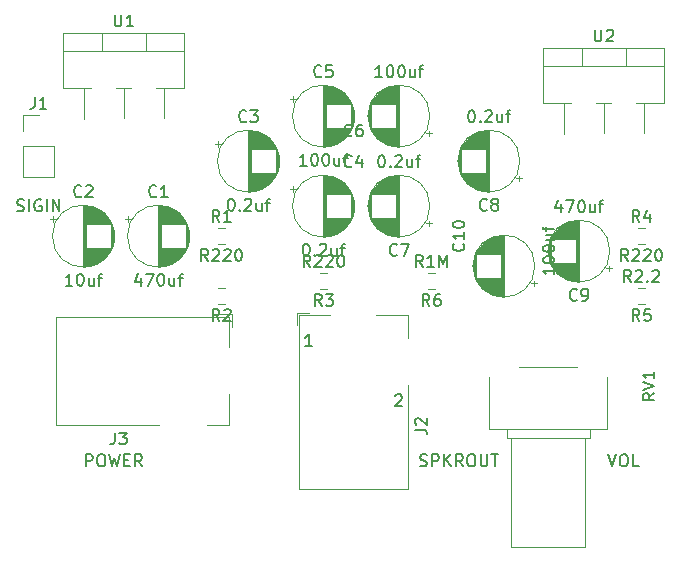
<source format=gto>
G04 #@! TF.GenerationSoftware,KiCad,Pcbnew,5.0.2+dfsg1-1~bpo9+1*
G04 #@! TF.CreationDate,2020-02-19T00:58:44-05:00*
G04 #@! TF.ProjectId,pcb_amp,7063625f-616d-4702-9e6b-696361645f70,rev?*
G04 #@! TF.SameCoordinates,Original*
G04 #@! TF.FileFunction,Legend,Top*
G04 #@! TF.FilePolarity,Positive*
%FSLAX46Y46*%
G04 Gerber Fmt 4.6, Leading zero omitted, Abs format (unit mm)*
G04 Created by KiCad (PCBNEW 5.0.2+dfsg1-1~bpo9+1) date Wed 19 Feb 2020 12:58:44 AM EST*
%MOMM*%
%LPD*%
G01*
G04 APERTURE LIST*
%ADD10C,0.152400*%
%ADD11C,0.120000*%
%ADD12C,0.150000*%
G04 APERTURE END LIST*
D10*
X138139714Y-108760380D02*
X138188095Y-108712000D01*
X138284857Y-108663619D01*
X138526761Y-108663619D01*
X138623523Y-108712000D01*
X138671904Y-108760380D01*
X138720285Y-108857142D01*
X138720285Y-108953904D01*
X138671904Y-109099047D01*
X138091333Y-109679619D01*
X138720285Y-109679619D01*
X131100285Y-104599619D02*
X130519714Y-104599619D01*
X130810000Y-104599619D02*
X130810000Y-103583619D01*
X130713238Y-103728761D01*
X130616476Y-103825523D01*
X130519714Y-103873904D01*
X111953523Y-114759619D02*
X111953523Y-113743619D01*
X112340571Y-113743619D01*
X112437333Y-113792000D01*
X112485714Y-113840380D01*
X112534095Y-113937142D01*
X112534095Y-114082285D01*
X112485714Y-114179047D01*
X112437333Y-114227428D01*
X112340571Y-114275809D01*
X111953523Y-114275809D01*
X113163047Y-113743619D02*
X113356571Y-113743619D01*
X113453333Y-113792000D01*
X113550095Y-113888761D01*
X113598476Y-114082285D01*
X113598476Y-114420952D01*
X113550095Y-114614476D01*
X113453333Y-114711238D01*
X113356571Y-114759619D01*
X113163047Y-114759619D01*
X113066285Y-114711238D01*
X112969523Y-114614476D01*
X112921142Y-114420952D01*
X112921142Y-114082285D01*
X112969523Y-113888761D01*
X113066285Y-113792000D01*
X113163047Y-113743619D01*
X113937142Y-113743619D02*
X114179047Y-114759619D01*
X114372571Y-114033904D01*
X114566095Y-114759619D01*
X114808000Y-113743619D01*
X115195047Y-114227428D02*
X115533714Y-114227428D01*
X115678857Y-114759619D02*
X115195047Y-114759619D01*
X115195047Y-113743619D01*
X115678857Y-113743619D01*
X116694857Y-114759619D02*
X116356190Y-114275809D01*
X116114285Y-114759619D02*
X116114285Y-113743619D01*
X116501333Y-113743619D01*
X116598095Y-113792000D01*
X116646476Y-113840380D01*
X116694857Y-113937142D01*
X116694857Y-114082285D01*
X116646476Y-114179047D01*
X116598095Y-114227428D01*
X116501333Y-114275809D01*
X116114285Y-114275809D01*
X156197904Y-113743619D02*
X156536571Y-114759619D01*
X156875238Y-113743619D01*
X157407428Y-113743619D02*
X157600952Y-113743619D01*
X157697714Y-113792000D01*
X157794476Y-113888761D01*
X157842857Y-114082285D01*
X157842857Y-114420952D01*
X157794476Y-114614476D01*
X157697714Y-114711238D01*
X157600952Y-114759619D01*
X157407428Y-114759619D01*
X157310666Y-114711238D01*
X157213904Y-114614476D01*
X157165523Y-114420952D01*
X157165523Y-114082285D01*
X157213904Y-113888761D01*
X157310666Y-113792000D01*
X157407428Y-113743619D01*
X158762095Y-114759619D02*
X158278285Y-114759619D01*
X158278285Y-113743619D01*
X140244285Y-114711238D02*
X140389428Y-114759619D01*
X140631333Y-114759619D01*
X140728095Y-114711238D01*
X140776476Y-114662857D01*
X140824857Y-114566095D01*
X140824857Y-114469333D01*
X140776476Y-114372571D01*
X140728095Y-114324190D01*
X140631333Y-114275809D01*
X140437809Y-114227428D01*
X140341047Y-114179047D01*
X140292666Y-114130666D01*
X140244285Y-114033904D01*
X140244285Y-113937142D01*
X140292666Y-113840380D01*
X140341047Y-113792000D01*
X140437809Y-113743619D01*
X140679714Y-113743619D01*
X140824857Y-113792000D01*
X141260285Y-114759619D02*
X141260285Y-113743619D01*
X141647333Y-113743619D01*
X141744095Y-113792000D01*
X141792476Y-113840380D01*
X141840857Y-113937142D01*
X141840857Y-114082285D01*
X141792476Y-114179047D01*
X141744095Y-114227428D01*
X141647333Y-114275809D01*
X141260285Y-114275809D01*
X142276285Y-114759619D02*
X142276285Y-113743619D01*
X142856857Y-114759619D02*
X142421428Y-114179047D01*
X142856857Y-113743619D02*
X142276285Y-114324190D01*
X143872857Y-114759619D02*
X143534190Y-114275809D01*
X143292285Y-114759619D02*
X143292285Y-113743619D01*
X143679333Y-113743619D01*
X143776095Y-113792000D01*
X143824476Y-113840380D01*
X143872857Y-113937142D01*
X143872857Y-114082285D01*
X143824476Y-114179047D01*
X143776095Y-114227428D01*
X143679333Y-114275809D01*
X143292285Y-114275809D01*
X144501809Y-113743619D02*
X144695333Y-113743619D01*
X144792095Y-113792000D01*
X144888857Y-113888761D01*
X144937238Y-114082285D01*
X144937238Y-114420952D01*
X144888857Y-114614476D01*
X144792095Y-114711238D01*
X144695333Y-114759619D01*
X144501809Y-114759619D01*
X144405047Y-114711238D01*
X144308285Y-114614476D01*
X144259904Y-114420952D01*
X144259904Y-114082285D01*
X144308285Y-113888761D01*
X144405047Y-113792000D01*
X144501809Y-113743619D01*
X145372666Y-113743619D02*
X145372666Y-114566095D01*
X145421047Y-114662857D01*
X145469428Y-114711238D01*
X145566190Y-114759619D01*
X145759714Y-114759619D01*
X145856476Y-114711238D01*
X145904857Y-114662857D01*
X145953238Y-114566095D01*
X145953238Y-113743619D01*
X146291904Y-113743619D02*
X146872476Y-113743619D01*
X146582190Y-114759619D02*
X146582190Y-113743619D01*
X106135714Y-93121238D02*
X106280857Y-93169619D01*
X106522761Y-93169619D01*
X106619523Y-93121238D01*
X106667904Y-93072857D01*
X106716285Y-92976095D01*
X106716285Y-92879333D01*
X106667904Y-92782571D01*
X106619523Y-92734190D01*
X106522761Y-92685809D01*
X106329238Y-92637428D01*
X106232476Y-92589047D01*
X106184095Y-92540666D01*
X106135714Y-92443904D01*
X106135714Y-92347142D01*
X106184095Y-92250380D01*
X106232476Y-92202000D01*
X106329238Y-92153619D01*
X106571142Y-92153619D01*
X106716285Y-92202000D01*
X107151714Y-93169619D02*
X107151714Y-92153619D01*
X108167714Y-92202000D02*
X108070952Y-92153619D01*
X107925809Y-92153619D01*
X107780666Y-92202000D01*
X107683904Y-92298761D01*
X107635523Y-92395523D01*
X107587142Y-92589047D01*
X107587142Y-92734190D01*
X107635523Y-92927714D01*
X107683904Y-93024476D01*
X107780666Y-93121238D01*
X107925809Y-93169619D01*
X108022571Y-93169619D01*
X108167714Y-93121238D01*
X108216095Y-93072857D01*
X108216095Y-92734190D01*
X108022571Y-92734190D01*
X108651523Y-93169619D02*
X108651523Y-92153619D01*
X109135333Y-93169619D02*
X109135333Y-92153619D01*
X109715904Y-93169619D01*
X109715904Y-92153619D01*
D11*
G04 #@! TO.C,C1*
X115535225Y-93525000D02*
X115535225Y-94025000D01*
X115285225Y-93775000D02*
X115785225Y-93775000D01*
X120691000Y-94966000D02*
X120691000Y-95534000D01*
X120651000Y-94732000D02*
X120651000Y-95768000D01*
X120611000Y-94573000D02*
X120611000Y-95927000D01*
X120571000Y-94445000D02*
X120571000Y-96055000D01*
X120531000Y-94335000D02*
X120531000Y-96165000D01*
X120491000Y-94239000D02*
X120491000Y-96261000D01*
X120451000Y-94152000D02*
X120451000Y-96348000D01*
X120411000Y-94072000D02*
X120411000Y-96428000D01*
X120371000Y-96290000D02*
X120371000Y-96501000D01*
X120371000Y-93999000D02*
X120371000Y-94210000D01*
X120331000Y-96290000D02*
X120331000Y-96569000D01*
X120331000Y-93931000D02*
X120331000Y-94210000D01*
X120291000Y-96290000D02*
X120291000Y-96633000D01*
X120291000Y-93867000D02*
X120291000Y-94210000D01*
X120251000Y-96290000D02*
X120251000Y-96693000D01*
X120251000Y-93807000D02*
X120251000Y-94210000D01*
X120211000Y-96290000D02*
X120211000Y-96750000D01*
X120211000Y-93750000D02*
X120211000Y-94210000D01*
X120171000Y-96290000D02*
X120171000Y-96804000D01*
X120171000Y-93696000D02*
X120171000Y-94210000D01*
X120131000Y-96290000D02*
X120131000Y-96855000D01*
X120131000Y-93645000D02*
X120131000Y-94210000D01*
X120091000Y-96290000D02*
X120091000Y-96903000D01*
X120091000Y-93597000D02*
X120091000Y-94210000D01*
X120051000Y-96290000D02*
X120051000Y-96949000D01*
X120051000Y-93551000D02*
X120051000Y-94210000D01*
X120011000Y-96290000D02*
X120011000Y-96993000D01*
X120011000Y-93507000D02*
X120011000Y-94210000D01*
X119971000Y-96290000D02*
X119971000Y-97035000D01*
X119971000Y-93465000D02*
X119971000Y-94210000D01*
X119931000Y-96290000D02*
X119931000Y-97076000D01*
X119931000Y-93424000D02*
X119931000Y-94210000D01*
X119891000Y-96290000D02*
X119891000Y-97114000D01*
X119891000Y-93386000D02*
X119891000Y-94210000D01*
X119851000Y-96290000D02*
X119851000Y-97151000D01*
X119851000Y-93349000D02*
X119851000Y-94210000D01*
X119811000Y-96290000D02*
X119811000Y-97187000D01*
X119811000Y-93313000D02*
X119811000Y-94210000D01*
X119771000Y-96290000D02*
X119771000Y-97221000D01*
X119771000Y-93279000D02*
X119771000Y-94210000D01*
X119731000Y-96290000D02*
X119731000Y-97254000D01*
X119731000Y-93246000D02*
X119731000Y-94210000D01*
X119691000Y-96290000D02*
X119691000Y-97285000D01*
X119691000Y-93215000D02*
X119691000Y-94210000D01*
X119651000Y-96290000D02*
X119651000Y-97315000D01*
X119651000Y-93185000D02*
X119651000Y-94210000D01*
X119611000Y-96290000D02*
X119611000Y-97345000D01*
X119611000Y-93155000D02*
X119611000Y-94210000D01*
X119571000Y-96290000D02*
X119571000Y-97372000D01*
X119571000Y-93128000D02*
X119571000Y-94210000D01*
X119531000Y-96290000D02*
X119531000Y-97399000D01*
X119531000Y-93101000D02*
X119531000Y-94210000D01*
X119491000Y-96290000D02*
X119491000Y-97425000D01*
X119491000Y-93075000D02*
X119491000Y-94210000D01*
X119451000Y-96290000D02*
X119451000Y-97450000D01*
X119451000Y-93050000D02*
X119451000Y-94210000D01*
X119411000Y-96290000D02*
X119411000Y-97474000D01*
X119411000Y-93026000D02*
X119411000Y-94210000D01*
X119371000Y-96290000D02*
X119371000Y-97497000D01*
X119371000Y-93003000D02*
X119371000Y-94210000D01*
X119331000Y-96290000D02*
X119331000Y-97518000D01*
X119331000Y-92982000D02*
X119331000Y-94210000D01*
X119291000Y-96290000D02*
X119291000Y-97540000D01*
X119291000Y-92960000D02*
X119291000Y-94210000D01*
X119251000Y-96290000D02*
X119251000Y-97560000D01*
X119251000Y-92940000D02*
X119251000Y-94210000D01*
X119211000Y-96290000D02*
X119211000Y-97579000D01*
X119211000Y-92921000D02*
X119211000Y-94210000D01*
X119171000Y-96290000D02*
X119171000Y-97598000D01*
X119171000Y-92902000D02*
X119171000Y-94210000D01*
X119131000Y-96290000D02*
X119131000Y-97615000D01*
X119131000Y-92885000D02*
X119131000Y-94210000D01*
X119091000Y-96290000D02*
X119091000Y-97632000D01*
X119091000Y-92868000D02*
X119091000Y-94210000D01*
X119051000Y-96290000D02*
X119051000Y-97648000D01*
X119051000Y-92852000D02*
X119051000Y-94210000D01*
X119011000Y-96290000D02*
X119011000Y-97664000D01*
X119011000Y-92836000D02*
X119011000Y-94210000D01*
X118971000Y-96290000D02*
X118971000Y-97678000D01*
X118971000Y-92822000D02*
X118971000Y-94210000D01*
X118931000Y-96290000D02*
X118931000Y-97692000D01*
X118931000Y-92808000D02*
X118931000Y-94210000D01*
X118891000Y-96290000D02*
X118891000Y-97705000D01*
X118891000Y-92795000D02*
X118891000Y-94210000D01*
X118851000Y-96290000D02*
X118851000Y-97718000D01*
X118851000Y-92782000D02*
X118851000Y-94210000D01*
X118811000Y-96290000D02*
X118811000Y-97730000D01*
X118811000Y-92770000D02*
X118811000Y-94210000D01*
X118770000Y-96290000D02*
X118770000Y-97741000D01*
X118770000Y-92759000D02*
X118770000Y-94210000D01*
X118730000Y-96290000D02*
X118730000Y-97751000D01*
X118730000Y-92749000D02*
X118730000Y-94210000D01*
X118690000Y-96290000D02*
X118690000Y-97761000D01*
X118690000Y-92739000D02*
X118690000Y-94210000D01*
X118650000Y-96290000D02*
X118650000Y-97770000D01*
X118650000Y-92730000D02*
X118650000Y-94210000D01*
X118610000Y-96290000D02*
X118610000Y-97778000D01*
X118610000Y-92722000D02*
X118610000Y-94210000D01*
X118570000Y-96290000D02*
X118570000Y-97786000D01*
X118570000Y-92714000D02*
X118570000Y-94210000D01*
X118530000Y-96290000D02*
X118530000Y-97793000D01*
X118530000Y-92707000D02*
X118530000Y-94210000D01*
X118490000Y-96290000D02*
X118490000Y-97800000D01*
X118490000Y-92700000D02*
X118490000Y-94210000D01*
X118450000Y-96290000D02*
X118450000Y-97806000D01*
X118450000Y-92694000D02*
X118450000Y-94210000D01*
X118410000Y-96290000D02*
X118410000Y-97811000D01*
X118410000Y-92689000D02*
X118410000Y-94210000D01*
X118370000Y-96290000D02*
X118370000Y-97815000D01*
X118370000Y-92685000D02*
X118370000Y-94210000D01*
X118330000Y-96290000D02*
X118330000Y-97819000D01*
X118330000Y-92681000D02*
X118330000Y-94210000D01*
X118290000Y-92677000D02*
X118290000Y-97823000D01*
X118250000Y-92674000D02*
X118250000Y-97826000D01*
X118210000Y-92672000D02*
X118210000Y-97828000D01*
X118170000Y-92671000D02*
X118170000Y-97829000D01*
X118130000Y-92670000D02*
X118130000Y-97830000D01*
X118090000Y-92670000D02*
X118090000Y-97830000D01*
X120710000Y-95250000D02*
G75*
G03X120710000Y-95250000I-2620000J0D01*
G01*
G04 #@! TO.C,C2*
X109185225Y-93525000D02*
X109185225Y-94025000D01*
X108935225Y-93775000D02*
X109435225Y-93775000D01*
X114341000Y-94966000D02*
X114341000Y-95534000D01*
X114301000Y-94732000D02*
X114301000Y-95768000D01*
X114261000Y-94573000D02*
X114261000Y-95927000D01*
X114221000Y-94445000D02*
X114221000Y-96055000D01*
X114181000Y-94335000D02*
X114181000Y-96165000D01*
X114141000Y-94239000D02*
X114141000Y-96261000D01*
X114101000Y-94152000D02*
X114101000Y-96348000D01*
X114061000Y-94072000D02*
X114061000Y-96428000D01*
X114021000Y-96290000D02*
X114021000Y-96501000D01*
X114021000Y-93999000D02*
X114021000Y-94210000D01*
X113981000Y-96290000D02*
X113981000Y-96569000D01*
X113981000Y-93931000D02*
X113981000Y-94210000D01*
X113941000Y-96290000D02*
X113941000Y-96633000D01*
X113941000Y-93867000D02*
X113941000Y-94210000D01*
X113901000Y-96290000D02*
X113901000Y-96693000D01*
X113901000Y-93807000D02*
X113901000Y-94210000D01*
X113861000Y-96290000D02*
X113861000Y-96750000D01*
X113861000Y-93750000D02*
X113861000Y-94210000D01*
X113821000Y-96290000D02*
X113821000Y-96804000D01*
X113821000Y-93696000D02*
X113821000Y-94210000D01*
X113781000Y-96290000D02*
X113781000Y-96855000D01*
X113781000Y-93645000D02*
X113781000Y-94210000D01*
X113741000Y-96290000D02*
X113741000Y-96903000D01*
X113741000Y-93597000D02*
X113741000Y-94210000D01*
X113701000Y-96290000D02*
X113701000Y-96949000D01*
X113701000Y-93551000D02*
X113701000Y-94210000D01*
X113661000Y-96290000D02*
X113661000Y-96993000D01*
X113661000Y-93507000D02*
X113661000Y-94210000D01*
X113621000Y-96290000D02*
X113621000Y-97035000D01*
X113621000Y-93465000D02*
X113621000Y-94210000D01*
X113581000Y-96290000D02*
X113581000Y-97076000D01*
X113581000Y-93424000D02*
X113581000Y-94210000D01*
X113541000Y-96290000D02*
X113541000Y-97114000D01*
X113541000Y-93386000D02*
X113541000Y-94210000D01*
X113501000Y-96290000D02*
X113501000Y-97151000D01*
X113501000Y-93349000D02*
X113501000Y-94210000D01*
X113461000Y-96290000D02*
X113461000Y-97187000D01*
X113461000Y-93313000D02*
X113461000Y-94210000D01*
X113421000Y-96290000D02*
X113421000Y-97221000D01*
X113421000Y-93279000D02*
X113421000Y-94210000D01*
X113381000Y-96290000D02*
X113381000Y-97254000D01*
X113381000Y-93246000D02*
X113381000Y-94210000D01*
X113341000Y-96290000D02*
X113341000Y-97285000D01*
X113341000Y-93215000D02*
X113341000Y-94210000D01*
X113301000Y-96290000D02*
X113301000Y-97315000D01*
X113301000Y-93185000D02*
X113301000Y-94210000D01*
X113261000Y-96290000D02*
X113261000Y-97345000D01*
X113261000Y-93155000D02*
X113261000Y-94210000D01*
X113221000Y-96290000D02*
X113221000Y-97372000D01*
X113221000Y-93128000D02*
X113221000Y-94210000D01*
X113181000Y-96290000D02*
X113181000Y-97399000D01*
X113181000Y-93101000D02*
X113181000Y-94210000D01*
X113141000Y-96290000D02*
X113141000Y-97425000D01*
X113141000Y-93075000D02*
X113141000Y-94210000D01*
X113101000Y-96290000D02*
X113101000Y-97450000D01*
X113101000Y-93050000D02*
X113101000Y-94210000D01*
X113061000Y-96290000D02*
X113061000Y-97474000D01*
X113061000Y-93026000D02*
X113061000Y-94210000D01*
X113021000Y-96290000D02*
X113021000Y-97497000D01*
X113021000Y-93003000D02*
X113021000Y-94210000D01*
X112981000Y-96290000D02*
X112981000Y-97518000D01*
X112981000Y-92982000D02*
X112981000Y-94210000D01*
X112941000Y-96290000D02*
X112941000Y-97540000D01*
X112941000Y-92960000D02*
X112941000Y-94210000D01*
X112901000Y-96290000D02*
X112901000Y-97560000D01*
X112901000Y-92940000D02*
X112901000Y-94210000D01*
X112861000Y-96290000D02*
X112861000Y-97579000D01*
X112861000Y-92921000D02*
X112861000Y-94210000D01*
X112821000Y-96290000D02*
X112821000Y-97598000D01*
X112821000Y-92902000D02*
X112821000Y-94210000D01*
X112781000Y-96290000D02*
X112781000Y-97615000D01*
X112781000Y-92885000D02*
X112781000Y-94210000D01*
X112741000Y-96290000D02*
X112741000Y-97632000D01*
X112741000Y-92868000D02*
X112741000Y-94210000D01*
X112701000Y-96290000D02*
X112701000Y-97648000D01*
X112701000Y-92852000D02*
X112701000Y-94210000D01*
X112661000Y-96290000D02*
X112661000Y-97664000D01*
X112661000Y-92836000D02*
X112661000Y-94210000D01*
X112621000Y-96290000D02*
X112621000Y-97678000D01*
X112621000Y-92822000D02*
X112621000Y-94210000D01*
X112581000Y-96290000D02*
X112581000Y-97692000D01*
X112581000Y-92808000D02*
X112581000Y-94210000D01*
X112541000Y-96290000D02*
X112541000Y-97705000D01*
X112541000Y-92795000D02*
X112541000Y-94210000D01*
X112501000Y-96290000D02*
X112501000Y-97718000D01*
X112501000Y-92782000D02*
X112501000Y-94210000D01*
X112461000Y-96290000D02*
X112461000Y-97730000D01*
X112461000Y-92770000D02*
X112461000Y-94210000D01*
X112420000Y-96290000D02*
X112420000Y-97741000D01*
X112420000Y-92759000D02*
X112420000Y-94210000D01*
X112380000Y-96290000D02*
X112380000Y-97751000D01*
X112380000Y-92749000D02*
X112380000Y-94210000D01*
X112340000Y-96290000D02*
X112340000Y-97761000D01*
X112340000Y-92739000D02*
X112340000Y-94210000D01*
X112300000Y-96290000D02*
X112300000Y-97770000D01*
X112300000Y-92730000D02*
X112300000Y-94210000D01*
X112260000Y-96290000D02*
X112260000Y-97778000D01*
X112260000Y-92722000D02*
X112260000Y-94210000D01*
X112220000Y-96290000D02*
X112220000Y-97786000D01*
X112220000Y-92714000D02*
X112220000Y-94210000D01*
X112180000Y-96290000D02*
X112180000Y-97793000D01*
X112180000Y-92707000D02*
X112180000Y-94210000D01*
X112140000Y-96290000D02*
X112140000Y-97800000D01*
X112140000Y-92700000D02*
X112140000Y-94210000D01*
X112100000Y-96290000D02*
X112100000Y-97806000D01*
X112100000Y-92694000D02*
X112100000Y-94210000D01*
X112060000Y-96290000D02*
X112060000Y-97811000D01*
X112060000Y-92689000D02*
X112060000Y-94210000D01*
X112020000Y-96290000D02*
X112020000Y-97815000D01*
X112020000Y-92685000D02*
X112020000Y-94210000D01*
X111980000Y-96290000D02*
X111980000Y-97819000D01*
X111980000Y-92681000D02*
X111980000Y-94210000D01*
X111940000Y-92677000D02*
X111940000Y-97823000D01*
X111900000Y-92674000D02*
X111900000Y-97826000D01*
X111860000Y-92672000D02*
X111860000Y-97828000D01*
X111820000Y-92671000D02*
X111820000Y-97829000D01*
X111780000Y-92670000D02*
X111780000Y-97830000D01*
X111740000Y-92670000D02*
X111740000Y-97830000D01*
X114360000Y-95250000D02*
G75*
G03X114360000Y-95250000I-2620000J0D01*
G01*
G04 #@! TO.C,C3*
X128330000Y-88900000D02*
G75*
G03X128330000Y-88900000I-2620000J0D01*
G01*
X125710000Y-86320000D02*
X125710000Y-91480000D01*
X125750000Y-86320000D02*
X125750000Y-91480000D01*
X125790000Y-86321000D02*
X125790000Y-91479000D01*
X125830000Y-86322000D02*
X125830000Y-91478000D01*
X125870000Y-86324000D02*
X125870000Y-91476000D01*
X125910000Y-86327000D02*
X125910000Y-91473000D01*
X125950000Y-86331000D02*
X125950000Y-87860000D01*
X125950000Y-89940000D02*
X125950000Y-91469000D01*
X125990000Y-86335000D02*
X125990000Y-87860000D01*
X125990000Y-89940000D02*
X125990000Y-91465000D01*
X126030000Y-86339000D02*
X126030000Y-87860000D01*
X126030000Y-89940000D02*
X126030000Y-91461000D01*
X126070000Y-86344000D02*
X126070000Y-87860000D01*
X126070000Y-89940000D02*
X126070000Y-91456000D01*
X126110000Y-86350000D02*
X126110000Y-87860000D01*
X126110000Y-89940000D02*
X126110000Y-91450000D01*
X126150000Y-86357000D02*
X126150000Y-87860000D01*
X126150000Y-89940000D02*
X126150000Y-91443000D01*
X126190000Y-86364000D02*
X126190000Y-87860000D01*
X126190000Y-89940000D02*
X126190000Y-91436000D01*
X126230000Y-86372000D02*
X126230000Y-87860000D01*
X126230000Y-89940000D02*
X126230000Y-91428000D01*
X126270000Y-86380000D02*
X126270000Y-87860000D01*
X126270000Y-89940000D02*
X126270000Y-91420000D01*
X126310000Y-86389000D02*
X126310000Y-87860000D01*
X126310000Y-89940000D02*
X126310000Y-91411000D01*
X126350000Y-86399000D02*
X126350000Y-87860000D01*
X126350000Y-89940000D02*
X126350000Y-91401000D01*
X126390000Y-86409000D02*
X126390000Y-87860000D01*
X126390000Y-89940000D02*
X126390000Y-91391000D01*
X126431000Y-86420000D02*
X126431000Y-87860000D01*
X126431000Y-89940000D02*
X126431000Y-91380000D01*
X126471000Y-86432000D02*
X126471000Y-87860000D01*
X126471000Y-89940000D02*
X126471000Y-91368000D01*
X126511000Y-86445000D02*
X126511000Y-87860000D01*
X126511000Y-89940000D02*
X126511000Y-91355000D01*
X126551000Y-86458000D02*
X126551000Y-87860000D01*
X126551000Y-89940000D02*
X126551000Y-91342000D01*
X126591000Y-86472000D02*
X126591000Y-87860000D01*
X126591000Y-89940000D02*
X126591000Y-91328000D01*
X126631000Y-86486000D02*
X126631000Y-87860000D01*
X126631000Y-89940000D02*
X126631000Y-91314000D01*
X126671000Y-86502000D02*
X126671000Y-87860000D01*
X126671000Y-89940000D02*
X126671000Y-91298000D01*
X126711000Y-86518000D02*
X126711000Y-87860000D01*
X126711000Y-89940000D02*
X126711000Y-91282000D01*
X126751000Y-86535000D02*
X126751000Y-87860000D01*
X126751000Y-89940000D02*
X126751000Y-91265000D01*
X126791000Y-86552000D02*
X126791000Y-87860000D01*
X126791000Y-89940000D02*
X126791000Y-91248000D01*
X126831000Y-86571000D02*
X126831000Y-87860000D01*
X126831000Y-89940000D02*
X126831000Y-91229000D01*
X126871000Y-86590000D02*
X126871000Y-87860000D01*
X126871000Y-89940000D02*
X126871000Y-91210000D01*
X126911000Y-86610000D02*
X126911000Y-87860000D01*
X126911000Y-89940000D02*
X126911000Y-91190000D01*
X126951000Y-86632000D02*
X126951000Y-87860000D01*
X126951000Y-89940000D02*
X126951000Y-91168000D01*
X126991000Y-86653000D02*
X126991000Y-87860000D01*
X126991000Y-89940000D02*
X126991000Y-91147000D01*
X127031000Y-86676000D02*
X127031000Y-87860000D01*
X127031000Y-89940000D02*
X127031000Y-91124000D01*
X127071000Y-86700000D02*
X127071000Y-87860000D01*
X127071000Y-89940000D02*
X127071000Y-91100000D01*
X127111000Y-86725000D02*
X127111000Y-87860000D01*
X127111000Y-89940000D02*
X127111000Y-91075000D01*
X127151000Y-86751000D02*
X127151000Y-87860000D01*
X127151000Y-89940000D02*
X127151000Y-91049000D01*
X127191000Y-86778000D02*
X127191000Y-87860000D01*
X127191000Y-89940000D02*
X127191000Y-91022000D01*
X127231000Y-86805000D02*
X127231000Y-87860000D01*
X127231000Y-89940000D02*
X127231000Y-90995000D01*
X127271000Y-86835000D02*
X127271000Y-87860000D01*
X127271000Y-89940000D02*
X127271000Y-90965000D01*
X127311000Y-86865000D02*
X127311000Y-87860000D01*
X127311000Y-89940000D02*
X127311000Y-90935000D01*
X127351000Y-86896000D02*
X127351000Y-87860000D01*
X127351000Y-89940000D02*
X127351000Y-90904000D01*
X127391000Y-86929000D02*
X127391000Y-87860000D01*
X127391000Y-89940000D02*
X127391000Y-90871000D01*
X127431000Y-86963000D02*
X127431000Y-87860000D01*
X127431000Y-89940000D02*
X127431000Y-90837000D01*
X127471000Y-86999000D02*
X127471000Y-87860000D01*
X127471000Y-89940000D02*
X127471000Y-90801000D01*
X127511000Y-87036000D02*
X127511000Y-87860000D01*
X127511000Y-89940000D02*
X127511000Y-90764000D01*
X127551000Y-87074000D02*
X127551000Y-87860000D01*
X127551000Y-89940000D02*
X127551000Y-90726000D01*
X127591000Y-87115000D02*
X127591000Y-87860000D01*
X127591000Y-89940000D02*
X127591000Y-90685000D01*
X127631000Y-87157000D02*
X127631000Y-87860000D01*
X127631000Y-89940000D02*
X127631000Y-90643000D01*
X127671000Y-87201000D02*
X127671000Y-87860000D01*
X127671000Y-89940000D02*
X127671000Y-90599000D01*
X127711000Y-87247000D02*
X127711000Y-87860000D01*
X127711000Y-89940000D02*
X127711000Y-90553000D01*
X127751000Y-87295000D02*
X127751000Y-87860000D01*
X127751000Y-89940000D02*
X127751000Y-90505000D01*
X127791000Y-87346000D02*
X127791000Y-87860000D01*
X127791000Y-89940000D02*
X127791000Y-90454000D01*
X127831000Y-87400000D02*
X127831000Y-87860000D01*
X127831000Y-89940000D02*
X127831000Y-90400000D01*
X127871000Y-87457000D02*
X127871000Y-87860000D01*
X127871000Y-89940000D02*
X127871000Y-90343000D01*
X127911000Y-87517000D02*
X127911000Y-87860000D01*
X127911000Y-89940000D02*
X127911000Y-90283000D01*
X127951000Y-87581000D02*
X127951000Y-87860000D01*
X127951000Y-89940000D02*
X127951000Y-90219000D01*
X127991000Y-87649000D02*
X127991000Y-87860000D01*
X127991000Y-89940000D02*
X127991000Y-90151000D01*
X128031000Y-87722000D02*
X128031000Y-90078000D01*
X128071000Y-87802000D02*
X128071000Y-89998000D01*
X128111000Y-87889000D02*
X128111000Y-89911000D01*
X128151000Y-87985000D02*
X128151000Y-89815000D01*
X128191000Y-88095000D02*
X128191000Y-89705000D01*
X128231000Y-88223000D02*
X128231000Y-89577000D01*
X128271000Y-88382000D02*
X128271000Y-89418000D01*
X128311000Y-88616000D02*
X128311000Y-89184000D01*
X122905225Y-87425000D02*
X123405225Y-87425000D01*
X123155225Y-87175000D02*
X123155225Y-87675000D01*
G04 #@! TO.C,C4*
X129505225Y-90985000D02*
X129505225Y-91485000D01*
X129255225Y-91235000D02*
X129755225Y-91235000D01*
X134661000Y-92426000D02*
X134661000Y-92994000D01*
X134621000Y-92192000D02*
X134621000Y-93228000D01*
X134581000Y-92033000D02*
X134581000Y-93387000D01*
X134541000Y-91905000D02*
X134541000Y-93515000D01*
X134501000Y-91795000D02*
X134501000Y-93625000D01*
X134461000Y-91699000D02*
X134461000Y-93721000D01*
X134421000Y-91612000D02*
X134421000Y-93808000D01*
X134381000Y-91532000D02*
X134381000Y-93888000D01*
X134341000Y-93750000D02*
X134341000Y-93961000D01*
X134341000Y-91459000D02*
X134341000Y-91670000D01*
X134301000Y-93750000D02*
X134301000Y-94029000D01*
X134301000Y-91391000D02*
X134301000Y-91670000D01*
X134261000Y-93750000D02*
X134261000Y-94093000D01*
X134261000Y-91327000D02*
X134261000Y-91670000D01*
X134221000Y-93750000D02*
X134221000Y-94153000D01*
X134221000Y-91267000D02*
X134221000Y-91670000D01*
X134181000Y-93750000D02*
X134181000Y-94210000D01*
X134181000Y-91210000D02*
X134181000Y-91670000D01*
X134141000Y-93750000D02*
X134141000Y-94264000D01*
X134141000Y-91156000D02*
X134141000Y-91670000D01*
X134101000Y-93750000D02*
X134101000Y-94315000D01*
X134101000Y-91105000D02*
X134101000Y-91670000D01*
X134061000Y-93750000D02*
X134061000Y-94363000D01*
X134061000Y-91057000D02*
X134061000Y-91670000D01*
X134021000Y-93750000D02*
X134021000Y-94409000D01*
X134021000Y-91011000D02*
X134021000Y-91670000D01*
X133981000Y-93750000D02*
X133981000Y-94453000D01*
X133981000Y-90967000D02*
X133981000Y-91670000D01*
X133941000Y-93750000D02*
X133941000Y-94495000D01*
X133941000Y-90925000D02*
X133941000Y-91670000D01*
X133901000Y-93750000D02*
X133901000Y-94536000D01*
X133901000Y-90884000D02*
X133901000Y-91670000D01*
X133861000Y-93750000D02*
X133861000Y-94574000D01*
X133861000Y-90846000D02*
X133861000Y-91670000D01*
X133821000Y-93750000D02*
X133821000Y-94611000D01*
X133821000Y-90809000D02*
X133821000Y-91670000D01*
X133781000Y-93750000D02*
X133781000Y-94647000D01*
X133781000Y-90773000D02*
X133781000Y-91670000D01*
X133741000Y-93750000D02*
X133741000Y-94681000D01*
X133741000Y-90739000D02*
X133741000Y-91670000D01*
X133701000Y-93750000D02*
X133701000Y-94714000D01*
X133701000Y-90706000D02*
X133701000Y-91670000D01*
X133661000Y-93750000D02*
X133661000Y-94745000D01*
X133661000Y-90675000D02*
X133661000Y-91670000D01*
X133621000Y-93750000D02*
X133621000Y-94775000D01*
X133621000Y-90645000D02*
X133621000Y-91670000D01*
X133581000Y-93750000D02*
X133581000Y-94805000D01*
X133581000Y-90615000D02*
X133581000Y-91670000D01*
X133541000Y-93750000D02*
X133541000Y-94832000D01*
X133541000Y-90588000D02*
X133541000Y-91670000D01*
X133501000Y-93750000D02*
X133501000Y-94859000D01*
X133501000Y-90561000D02*
X133501000Y-91670000D01*
X133461000Y-93750000D02*
X133461000Y-94885000D01*
X133461000Y-90535000D02*
X133461000Y-91670000D01*
X133421000Y-93750000D02*
X133421000Y-94910000D01*
X133421000Y-90510000D02*
X133421000Y-91670000D01*
X133381000Y-93750000D02*
X133381000Y-94934000D01*
X133381000Y-90486000D02*
X133381000Y-91670000D01*
X133341000Y-93750000D02*
X133341000Y-94957000D01*
X133341000Y-90463000D02*
X133341000Y-91670000D01*
X133301000Y-93750000D02*
X133301000Y-94978000D01*
X133301000Y-90442000D02*
X133301000Y-91670000D01*
X133261000Y-93750000D02*
X133261000Y-95000000D01*
X133261000Y-90420000D02*
X133261000Y-91670000D01*
X133221000Y-93750000D02*
X133221000Y-95020000D01*
X133221000Y-90400000D02*
X133221000Y-91670000D01*
X133181000Y-93750000D02*
X133181000Y-95039000D01*
X133181000Y-90381000D02*
X133181000Y-91670000D01*
X133141000Y-93750000D02*
X133141000Y-95058000D01*
X133141000Y-90362000D02*
X133141000Y-91670000D01*
X133101000Y-93750000D02*
X133101000Y-95075000D01*
X133101000Y-90345000D02*
X133101000Y-91670000D01*
X133061000Y-93750000D02*
X133061000Y-95092000D01*
X133061000Y-90328000D02*
X133061000Y-91670000D01*
X133021000Y-93750000D02*
X133021000Y-95108000D01*
X133021000Y-90312000D02*
X133021000Y-91670000D01*
X132981000Y-93750000D02*
X132981000Y-95124000D01*
X132981000Y-90296000D02*
X132981000Y-91670000D01*
X132941000Y-93750000D02*
X132941000Y-95138000D01*
X132941000Y-90282000D02*
X132941000Y-91670000D01*
X132901000Y-93750000D02*
X132901000Y-95152000D01*
X132901000Y-90268000D02*
X132901000Y-91670000D01*
X132861000Y-93750000D02*
X132861000Y-95165000D01*
X132861000Y-90255000D02*
X132861000Y-91670000D01*
X132821000Y-93750000D02*
X132821000Y-95178000D01*
X132821000Y-90242000D02*
X132821000Y-91670000D01*
X132781000Y-93750000D02*
X132781000Y-95190000D01*
X132781000Y-90230000D02*
X132781000Y-91670000D01*
X132740000Y-93750000D02*
X132740000Y-95201000D01*
X132740000Y-90219000D02*
X132740000Y-91670000D01*
X132700000Y-93750000D02*
X132700000Y-95211000D01*
X132700000Y-90209000D02*
X132700000Y-91670000D01*
X132660000Y-93750000D02*
X132660000Y-95221000D01*
X132660000Y-90199000D02*
X132660000Y-91670000D01*
X132620000Y-93750000D02*
X132620000Y-95230000D01*
X132620000Y-90190000D02*
X132620000Y-91670000D01*
X132580000Y-93750000D02*
X132580000Y-95238000D01*
X132580000Y-90182000D02*
X132580000Y-91670000D01*
X132540000Y-93750000D02*
X132540000Y-95246000D01*
X132540000Y-90174000D02*
X132540000Y-91670000D01*
X132500000Y-93750000D02*
X132500000Y-95253000D01*
X132500000Y-90167000D02*
X132500000Y-91670000D01*
X132460000Y-93750000D02*
X132460000Y-95260000D01*
X132460000Y-90160000D02*
X132460000Y-91670000D01*
X132420000Y-93750000D02*
X132420000Y-95266000D01*
X132420000Y-90154000D02*
X132420000Y-91670000D01*
X132380000Y-93750000D02*
X132380000Y-95271000D01*
X132380000Y-90149000D02*
X132380000Y-91670000D01*
X132340000Y-93750000D02*
X132340000Y-95275000D01*
X132340000Y-90145000D02*
X132340000Y-91670000D01*
X132300000Y-93750000D02*
X132300000Y-95279000D01*
X132300000Y-90141000D02*
X132300000Y-91670000D01*
X132260000Y-90137000D02*
X132260000Y-95283000D01*
X132220000Y-90134000D02*
X132220000Y-95286000D01*
X132180000Y-90132000D02*
X132180000Y-95288000D01*
X132140000Y-90131000D02*
X132140000Y-95289000D01*
X132100000Y-90130000D02*
X132100000Y-95290000D01*
X132060000Y-90130000D02*
X132060000Y-95290000D01*
X134680000Y-92710000D02*
G75*
G03X134680000Y-92710000I-2620000J0D01*
G01*
G04 #@! TO.C,C5*
X129505225Y-83365000D02*
X129505225Y-83865000D01*
X129255225Y-83615000D02*
X129755225Y-83615000D01*
X134661000Y-84806000D02*
X134661000Y-85374000D01*
X134621000Y-84572000D02*
X134621000Y-85608000D01*
X134581000Y-84413000D02*
X134581000Y-85767000D01*
X134541000Y-84285000D02*
X134541000Y-85895000D01*
X134501000Y-84175000D02*
X134501000Y-86005000D01*
X134461000Y-84079000D02*
X134461000Y-86101000D01*
X134421000Y-83992000D02*
X134421000Y-86188000D01*
X134381000Y-83912000D02*
X134381000Y-86268000D01*
X134341000Y-86130000D02*
X134341000Y-86341000D01*
X134341000Y-83839000D02*
X134341000Y-84050000D01*
X134301000Y-86130000D02*
X134301000Y-86409000D01*
X134301000Y-83771000D02*
X134301000Y-84050000D01*
X134261000Y-86130000D02*
X134261000Y-86473000D01*
X134261000Y-83707000D02*
X134261000Y-84050000D01*
X134221000Y-86130000D02*
X134221000Y-86533000D01*
X134221000Y-83647000D02*
X134221000Y-84050000D01*
X134181000Y-86130000D02*
X134181000Y-86590000D01*
X134181000Y-83590000D02*
X134181000Y-84050000D01*
X134141000Y-86130000D02*
X134141000Y-86644000D01*
X134141000Y-83536000D02*
X134141000Y-84050000D01*
X134101000Y-86130000D02*
X134101000Y-86695000D01*
X134101000Y-83485000D02*
X134101000Y-84050000D01*
X134061000Y-86130000D02*
X134061000Y-86743000D01*
X134061000Y-83437000D02*
X134061000Y-84050000D01*
X134021000Y-86130000D02*
X134021000Y-86789000D01*
X134021000Y-83391000D02*
X134021000Y-84050000D01*
X133981000Y-86130000D02*
X133981000Y-86833000D01*
X133981000Y-83347000D02*
X133981000Y-84050000D01*
X133941000Y-86130000D02*
X133941000Y-86875000D01*
X133941000Y-83305000D02*
X133941000Y-84050000D01*
X133901000Y-86130000D02*
X133901000Y-86916000D01*
X133901000Y-83264000D02*
X133901000Y-84050000D01*
X133861000Y-86130000D02*
X133861000Y-86954000D01*
X133861000Y-83226000D02*
X133861000Y-84050000D01*
X133821000Y-86130000D02*
X133821000Y-86991000D01*
X133821000Y-83189000D02*
X133821000Y-84050000D01*
X133781000Y-86130000D02*
X133781000Y-87027000D01*
X133781000Y-83153000D02*
X133781000Y-84050000D01*
X133741000Y-86130000D02*
X133741000Y-87061000D01*
X133741000Y-83119000D02*
X133741000Y-84050000D01*
X133701000Y-86130000D02*
X133701000Y-87094000D01*
X133701000Y-83086000D02*
X133701000Y-84050000D01*
X133661000Y-86130000D02*
X133661000Y-87125000D01*
X133661000Y-83055000D02*
X133661000Y-84050000D01*
X133621000Y-86130000D02*
X133621000Y-87155000D01*
X133621000Y-83025000D02*
X133621000Y-84050000D01*
X133581000Y-86130000D02*
X133581000Y-87185000D01*
X133581000Y-82995000D02*
X133581000Y-84050000D01*
X133541000Y-86130000D02*
X133541000Y-87212000D01*
X133541000Y-82968000D02*
X133541000Y-84050000D01*
X133501000Y-86130000D02*
X133501000Y-87239000D01*
X133501000Y-82941000D02*
X133501000Y-84050000D01*
X133461000Y-86130000D02*
X133461000Y-87265000D01*
X133461000Y-82915000D02*
X133461000Y-84050000D01*
X133421000Y-86130000D02*
X133421000Y-87290000D01*
X133421000Y-82890000D02*
X133421000Y-84050000D01*
X133381000Y-86130000D02*
X133381000Y-87314000D01*
X133381000Y-82866000D02*
X133381000Y-84050000D01*
X133341000Y-86130000D02*
X133341000Y-87337000D01*
X133341000Y-82843000D02*
X133341000Y-84050000D01*
X133301000Y-86130000D02*
X133301000Y-87358000D01*
X133301000Y-82822000D02*
X133301000Y-84050000D01*
X133261000Y-86130000D02*
X133261000Y-87380000D01*
X133261000Y-82800000D02*
X133261000Y-84050000D01*
X133221000Y-86130000D02*
X133221000Y-87400000D01*
X133221000Y-82780000D02*
X133221000Y-84050000D01*
X133181000Y-86130000D02*
X133181000Y-87419000D01*
X133181000Y-82761000D02*
X133181000Y-84050000D01*
X133141000Y-86130000D02*
X133141000Y-87438000D01*
X133141000Y-82742000D02*
X133141000Y-84050000D01*
X133101000Y-86130000D02*
X133101000Y-87455000D01*
X133101000Y-82725000D02*
X133101000Y-84050000D01*
X133061000Y-86130000D02*
X133061000Y-87472000D01*
X133061000Y-82708000D02*
X133061000Y-84050000D01*
X133021000Y-86130000D02*
X133021000Y-87488000D01*
X133021000Y-82692000D02*
X133021000Y-84050000D01*
X132981000Y-86130000D02*
X132981000Y-87504000D01*
X132981000Y-82676000D02*
X132981000Y-84050000D01*
X132941000Y-86130000D02*
X132941000Y-87518000D01*
X132941000Y-82662000D02*
X132941000Y-84050000D01*
X132901000Y-86130000D02*
X132901000Y-87532000D01*
X132901000Y-82648000D02*
X132901000Y-84050000D01*
X132861000Y-86130000D02*
X132861000Y-87545000D01*
X132861000Y-82635000D02*
X132861000Y-84050000D01*
X132821000Y-86130000D02*
X132821000Y-87558000D01*
X132821000Y-82622000D02*
X132821000Y-84050000D01*
X132781000Y-86130000D02*
X132781000Y-87570000D01*
X132781000Y-82610000D02*
X132781000Y-84050000D01*
X132740000Y-86130000D02*
X132740000Y-87581000D01*
X132740000Y-82599000D02*
X132740000Y-84050000D01*
X132700000Y-86130000D02*
X132700000Y-87591000D01*
X132700000Y-82589000D02*
X132700000Y-84050000D01*
X132660000Y-86130000D02*
X132660000Y-87601000D01*
X132660000Y-82579000D02*
X132660000Y-84050000D01*
X132620000Y-86130000D02*
X132620000Y-87610000D01*
X132620000Y-82570000D02*
X132620000Y-84050000D01*
X132580000Y-86130000D02*
X132580000Y-87618000D01*
X132580000Y-82562000D02*
X132580000Y-84050000D01*
X132540000Y-86130000D02*
X132540000Y-87626000D01*
X132540000Y-82554000D02*
X132540000Y-84050000D01*
X132500000Y-86130000D02*
X132500000Y-87633000D01*
X132500000Y-82547000D02*
X132500000Y-84050000D01*
X132460000Y-86130000D02*
X132460000Y-87640000D01*
X132460000Y-82540000D02*
X132460000Y-84050000D01*
X132420000Y-86130000D02*
X132420000Y-87646000D01*
X132420000Y-82534000D02*
X132420000Y-84050000D01*
X132380000Y-86130000D02*
X132380000Y-87651000D01*
X132380000Y-82529000D02*
X132380000Y-84050000D01*
X132340000Y-86130000D02*
X132340000Y-87655000D01*
X132340000Y-82525000D02*
X132340000Y-84050000D01*
X132300000Y-86130000D02*
X132300000Y-87659000D01*
X132300000Y-82521000D02*
X132300000Y-84050000D01*
X132260000Y-82517000D02*
X132260000Y-87663000D01*
X132220000Y-82514000D02*
X132220000Y-87666000D01*
X132180000Y-82512000D02*
X132180000Y-87668000D01*
X132140000Y-82511000D02*
X132140000Y-87669000D01*
X132100000Y-82510000D02*
X132100000Y-87670000D01*
X132060000Y-82510000D02*
X132060000Y-87670000D01*
X134680000Y-85090000D02*
G75*
G03X134680000Y-85090000I-2620000J0D01*
G01*
G04 #@! TO.C,C6*
X141070000Y-85090000D02*
G75*
G03X141070000Y-85090000I-2620000J0D01*
G01*
X138450000Y-87670000D02*
X138450000Y-82510000D01*
X138410000Y-87670000D02*
X138410000Y-82510000D01*
X138370000Y-87669000D02*
X138370000Y-82511000D01*
X138330000Y-87668000D02*
X138330000Y-82512000D01*
X138290000Y-87666000D02*
X138290000Y-82514000D01*
X138250000Y-87663000D02*
X138250000Y-82517000D01*
X138210000Y-87659000D02*
X138210000Y-86130000D01*
X138210000Y-84050000D02*
X138210000Y-82521000D01*
X138170000Y-87655000D02*
X138170000Y-86130000D01*
X138170000Y-84050000D02*
X138170000Y-82525000D01*
X138130000Y-87651000D02*
X138130000Y-86130000D01*
X138130000Y-84050000D02*
X138130000Y-82529000D01*
X138090000Y-87646000D02*
X138090000Y-86130000D01*
X138090000Y-84050000D02*
X138090000Y-82534000D01*
X138050000Y-87640000D02*
X138050000Y-86130000D01*
X138050000Y-84050000D02*
X138050000Y-82540000D01*
X138010000Y-87633000D02*
X138010000Y-86130000D01*
X138010000Y-84050000D02*
X138010000Y-82547000D01*
X137970000Y-87626000D02*
X137970000Y-86130000D01*
X137970000Y-84050000D02*
X137970000Y-82554000D01*
X137930000Y-87618000D02*
X137930000Y-86130000D01*
X137930000Y-84050000D02*
X137930000Y-82562000D01*
X137890000Y-87610000D02*
X137890000Y-86130000D01*
X137890000Y-84050000D02*
X137890000Y-82570000D01*
X137850000Y-87601000D02*
X137850000Y-86130000D01*
X137850000Y-84050000D02*
X137850000Y-82579000D01*
X137810000Y-87591000D02*
X137810000Y-86130000D01*
X137810000Y-84050000D02*
X137810000Y-82589000D01*
X137770000Y-87581000D02*
X137770000Y-86130000D01*
X137770000Y-84050000D02*
X137770000Y-82599000D01*
X137729000Y-87570000D02*
X137729000Y-86130000D01*
X137729000Y-84050000D02*
X137729000Y-82610000D01*
X137689000Y-87558000D02*
X137689000Y-86130000D01*
X137689000Y-84050000D02*
X137689000Y-82622000D01*
X137649000Y-87545000D02*
X137649000Y-86130000D01*
X137649000Y-84050000D02*
X137649000Y-82635000D01*
X137609000Y-87532000D02*
X137609000Y-86130000D01*
X137609000Y-84050000D02*
X137609000Y-82648000D01*
X137569000Y-87518000D02*
X137569000Y-86130000D01*
X137569000Y-84050000D02*
X137569000Y-82662000D01*
X137529000Y-87504000D02*
X137529000Y-86130000D01*
X137529000Y-84050000D02*
X137529000Y-82676000D01*
X137489000Y-87488000D02*
X137489000Y-86130000D01*
X137489000Y-84050000D02*
X137489000Y-82692000D01*
X137449000Y-87472000D02*
X137449000Y-86130000D01*
X137449000Y-84050000D02*
X137449000Y-82708000D01*
X137409000Y-87455000D02*
X137409000Y-86130000D01*
X137409000Y-84050000D02*
X137409000Y-82725000D01*
X137369000Y-87438000D02*
X137369000Y-86130000D01*
X137369000Y-84050000D02*
X137369000Y-82742000D01*
X137329000Y-87419000D02*
X137329000Y-86130000D01*
X137329000Y-84050000D02*
X137329000Y-82761000D01*
X137289000Y-87400000D02*
X137289000Y-86130000D01*
X137289000Y-84050000D02*
X137289000Y-82780000D01*
X137249000Y-87380000D02*
X137249000Y-86130000D01*
X137249000Y-84050000D02*
X137249000Y-82800000D01*
X137209000Y-87358000D02*
X137209000Y-86130000D01*
X137209000Y-84050000D02*
X137209000Y-82822000D01*
X137169000Y-87337000D02*
X137169000Y-86130000D01*
X137169000Y-84050000D02*
X137169000Y-82843000D01*
X137129000Y-87314000D02*
X137129000Y-86130000D01*
X137129000Y-84050000D02*
X137129000Y-82866000D01*
X137089000Y-87290000D02*
X137089000Y-86130000D01*
X137089000Y-84050000D02*
X137089000Y-82890000D01*
X137049000Y-87265000D02*
X137049000Y-86130000D01*
X137049000Y-84050000D02*
X137049000Y-82915000D01*
X137009000Y-87239000D02*
X137009000Y-86130000D01*
X137009000Y-84050000D02*
X137009000Y-82941000D01*
X136969000Y-87212000D02*
X136969000Y-86130000D01*
X136969000Y-84050000D02*
X136969000Y-82968000D01*
X136929000Y-87185000D02*
X136929000Y-86130000D01*
X136929000Y-84050000D02*
X136929000Y-82995000D01*
X136889000Y-87155000D02*
X136889000Y-86130000D01*
X136889000Y-84050000D02*
X136889000Y-83025000D01*
X136849000Y-87125000D02*
X136849000Y-86130000D01*
X136849000Y-84050000D02*
X136849000Y-83055000D01*
X136809000Y-87094000D02*
X136809000Y-86130000D01*
X136809000Y-84050000D02*
X136809000Y-83086000D01*
X136769000Y-87061000D02*
X136769000Y-86130000D01*
X136769000Y-84050000D02*
X136769000Y-83119000D01*
X136729000Y-87027000D02*
X136729000Y-86130000D01*
X136729000Y-84050000D02*
X136729000Y-83153000D01*
X136689000Y-86991000D02*
X136689000Y-86130000D01*
X136689000Y-84050000D02*
X136689000Y-83189000D01*
X136649000Y-86954000D02*
X136649000Y-86130000D01*
X136649000Y-84050000D02*
X136649000Y-83226000D01*
X136609000Y-86916000D02*
X136609000Y-86130000D01*
X136609000Y-84050000D02*
X136609000Y-83264000D01*
X136569000Y-86875000D02*
X136569000Y-86130000D01*
X136569000Y-84050000D02*
X136569000Y-83305000D01*
X136529000Y-86833000D02*
X136529000Y-86130000D01*
X136529000Y-84050000D02*
X136529000Y-83347000D01*
X136489000Y-86789000D02*
X136489000Y-86130000D01*
X136489000Y-84050000D02*
X136489000Y-83391000D01*
X136449000Y-86743000D02*
X136449000Y-86130000D01*
X136449000Y-84050000D02*
X136449000Y-83437000D01*
X136409000Y-86695000D02*
X136409000Y-86130000D01*
X136409000Y-84050000D02*
X136409000Y-83485000D01*
X136369000Y-86644000D02*
X136369000Y-86130000D01*
X136369000Y-84050000D02*
X136369000Y-83536000D01*
X136329000Y-86590000D02*
X136329000Y-86130000D01*
X136329000Y-84050000D02*
X136329000Y-83590000D01*
X136289000Y-86533000D02*
X136289000Y-86130000D01*
X136289000Y-84050000D02*
X136289000Y-83647000D01*
X136249000Y-86473000D02*
X136249000Y-86130000D01*
X136249000Y-84050000D02*
X136249000Y-83707000D01*
X136209000Y-86409000D02*
X136209000Y-86130000D01*
X136209000Y-84050000D02*
X136209000Y-83771000D01*
X136169000Y-86341000D02*
X136169000Y-86130000D01*
X136169000Y-84050000D02*
X136169000Y-83839000D01*
X136129000Y-86268000D02*
X136129000Y-83912000D01*
X136089000Y-86188000D02*
X136089000Y-83992000D01*
X136049000Y-86101000D02*
X136049000Y-84079000D01*
X136009000Y-86005000D02*
X136009000Y-84175000D01*
X135969000Y-85895000D02*
X135969000Y-84285000D01*
X135929000Y-85767000D02*
X135929000Y-84413000D01*
X135889000Y-85608000D02*
X135889000Y-84572000D01*
X135849000Y-85374000D02*
X135849000Y-84806000D01*
X141254775Y-86565000D02*
X140754775Y-86565000D01*
X141004775Y-86815000D02*
X141004775Y-86315000D01*
G04 #@! TO.C,C7*
X141070000Y-92710000D02*
G75*
G03X141070000Y-92710000I-2620000J0D01*
G01*
X138450000Y-95290000D02*
X138450000Y-90130000D01*
X138410000Y-95290000D02*
X138410000Y-90130000D01*
X138370000Y-95289000D02*
X138370000Y-90131000D01*
X138330000Y-95288000D02*
X138330000Y-90132000D01*
X138290000Y-95286000D02*
X138290000Y-90134000D01*
X138250000Y-95283000D02*
X138250000Y-90137000D01*
X138210000Y-95279000D02*
X138210000Y-93750000D01*
X138210000Y-91670000D02*
X138210000Y-90141000D01*
X138170000Y-95275000D02*
X138170000Y-93750000D01*
X138170000Y-91670000D02*
X138170000Y-90145000D01*
X138130000Y-95271000D02*
X138130000Y-93750000D01*
X138130000Y-91670000D02*
X138130000Y-90149000D01*
X138090000Y-95266000D02*
X138090000Y-93750000D01*
X138090000Y-91670000D02*
X138090000Y-90154000D01*
X138050000Y-95260000D02*
X138050000Y-93750000D01*
X138050000Y-91670000D02*
X138050000Y-90160000D01*
X138010000Y-95253000D02*
X138010000Y-93750000D01*
X138010000Y-91670000D02*
X138010000Y-90167000D01*
X137970000Y-95246000D02*
X137970000Y-93750000D01*
X137970000Y-91670000D02*
X137970000Y-90174000D01*
X137930000Y-95238000D02*
X137930000Y-93750000D01*
X137930000Y-91670000D02*
X137930000Y-90182000D01*
X137890000Y-95230000D02*
X137890000Y-93750000D01*
X137890000Y-91670000D02*
X137890000Y-90190000D01*
X137850000Y-95221000D02*
X137850000Y-93750000D01*
X137850000Y-91670000D02*
X137850000Y-90199000D01*
X137810000Y-95211000D02*
X137810000Y-93750000D01*
X137810000Y-91670000D02*
X137810000Y-90209000D01*
X137770000Y-95201000D02*
X137770000Y-93750000D01*
X137770000Y-91670000D02*
X137770000Y-90219000D01*
X137729000Y-95190000D02*
X137729000Y-93750000D01*
X137729000Y-91670000D02*
X137729000Y-90230000D01*
X137689000Y-95178000D02*
X137689000Y-93750000D01*
X137689000Y-91670000D02*
X137689000Y-90242000D01*
X137649000Y-95165000D02*
X137649000Y-93750000D01*
X137649000Y-91670000D02*
X137649000Y-90255000D01*
X137609000Y-95152000D02*
X137609000Y-93750000D01*
X137609000Y-91670000D02*
X137609000Y-90268000D01*
X137569000Y-95138000D02*
X137569000Y-93750000D01*
X137569000Y-91670000D02*
X137569000Y-90282000D01*
X137529000Y-95124000D02*
X137529000Y-93750000D01*
X137529000Y-91670000D02*
X137529000Y-90296000D01*
X137489000Y-95108000D02*
X137489000Y-93750000D01*
X137489000Y-91670000D02*
X137489000Y-90312000D01*
X137449000Y-95092000D02*
X137449000Y-93750000D01*
X137449000Y-91670000D02*
X137449000Y-90328000D01*
X137409000Y-95075000D02*
X137409000Y-93750000D01*
X137409000Y-91670000D02*
X137409000Y-90345000D01*
X137369000Y-95058000D02*
X137369000Y-93750000D01*
X137369000Y-91670000D02*
X137369000Y-90362000D01*
X137329000Y-95039000D02*
X137329000Y-93750000D01*
X137329000Y-91670000D02*
X137329000Y-90381000D01*
X137289000Y-95020000D02*
X137289000Y-93750000D01*
X137289000Y-91670000D02*
X137289000Y-90400000D01*
X137249000Y-95000000D02*
X137249000Y-93750000D01*
X137249000Y-91670000D02*
X137249000Y-90420000D01*
X137209000Y-94978000D02*
X137209000Y-93750000D01*
X137209000Y-91670000D02*
X137209000Y-90442000D01*
X137169000Y-94957000D02*
X137169000Y-93750000D01*
X137169000Y-91670000D02*
X137169000Y-90463000D01*
X137129000Y-94934000D02*
X137129000Y-93750000D01*
X137129000Y-91670000D02*
X137129000Y-90486000D01*
X137089000Y-94910000D02*
X137089000Y-93750000D01*
X137089000Y-91670000D02*
X137089000Y-90510000D01*
X137049000Y-94885000D02*
X137049000Y-93750000D01*
X137049000Y-91670000D02*
X137049000Y-90535000D01*
X137009000Y-94859000D02*
X137009000Y-93750000D01*
X137009000Y-91670000D02*
X137009000Y-90561000D01*
X136969000Y-94832000D02*
X136969000Y-93750000D01*
X136969000Y-91670000D02*
X136969000Y-90588000D01*
X136929000Y-94805000D02*
X136929000Y-93750000D01*
X136929000Y-91670000D02*
X136929000Y-90615000D01*
X136889000Y-94775000D02*
X136889000Y-93750000D01*
X136889000Y-91670000D02*
X136889000Y-90645000D01*
X136849000Y-94745000D02*
X136849000Y-93750000D01*
X136849000Y-91670000D02*
X136849000Y-90675000D01*
X136809000Y-94714000D02*
X136809000Y-93750000D01*
X136809000Y-91670000D02*
X136809000Y-90706000D01*
X136769000Y-94681000D02*
X136769000Y-93750000D01*
X136769000Y-91670000D02*
X136769000Y-90739000D01*
X136729000Y-94647000D02*
X136729000Y-93750000D01*
X136729000Y-91670000D02*
X136729000Y-90773000D01*
X136689000Y-94611000D02*
X136689000Y-93750000D01*
X136689000Y-91670000D02*
X136689000Y-90809000D01*
X136649000Y-94574000D02*
X136649000Y-93750000D01*
X136649000Y-91670000D02*
X136649000Y-90846000D01*
X136609000Y-94536000D02*
X136609000Y-93750000D01*
X136609000Y-91670000D02*
X136609000Y-90884000D01*
X136569000Y-94495000D02*
X136569000Y-93750000D01*
X136569000Y-91670000D02*
X136569000Y-90925000D01*
X136529000Y-94453000D02*
X136529000Y-93750000D01*
X136529000Y-91670000D02*
X136529000Y-90967000D01*
X136489000Y-94409000D02*
X136489000Y-93750000D01*
X136489000Y-91670000D02*
X136489000Y-91011000D01*
X136449000Y-94363000D02*
X136449000Y-93750000D01*
X136449000Y-91670000D02*
X136449000Y-91057000D01*
X136409000Y-94315000D02*
X136409000Y-93750000D01*
X136409000Y-91670000D02*
X136409000Y-91105000D01*
X136369000Y-94264000D02*
X136369000Y-93750000D01*
X136369000Y-91670000D02*
X136369000Y-91156000D01*
X136329000Y-94210000D02*
X136329000Y-93750000D01*
X136329000Y-91670000D02*
X136329000Y-91210000D01*
X136289000Y-94153000D02*
X136289000Y-93750000D01*
X136289000Y-91670000D02*
X136289000Y-91267000D01*
X136249000Y-94093000D02*
X136249000Y-93750000D01*
X136249000Y-91670000D02*
X136249000Y-91327000D01*
X136209000Y-94029000D02*
X136209000Y-93750000D01*
X136209000Y-91670000D02*
X136209000Y-91391000D01*
X136169000Y-93961000D02*
X136169000Y-93750000D01*
X136169000Y-91670000D02*
X136169000Y-91459000D01*
X136129000Y-93888000D02*
X136129000Y-91532000D01*
X136089000Y-93808000D02*
X136089000Y-91612000D01*
X136049000Y-93721000D02*
X136049000Y-91699000D01*
X136009000Y-93625000D02*
X136009000Y-91795000D01*
X135969000Y-93515000D02*
X135969000Y-91905000D01*
X135929000Y-93387000D02*
X135929000Y-92033000D01*
X135889000Y-93228000D02*
X135889000Y-92192000D01*
X135849000Y-92994000D02*
X135849000Y-92426000D01*
X141254775Y-94185000D02*
X140754775Y-94185000D01*
X141004775Y-94435000D02*
X141004775Y-93935000D01*
G04 #@! TO.C,C8*
X148690000Y-88900000D02*
G75*
G03X148690000Y-88900000I-2620000J0D01*
G01*
X146070000Y-91480000D02*
X146070000Y-86320000D01*
X146030000Y-91480000D02*
X146030000Y-86320000D01*
X145990000Y-91479000D02*
X145990000Y-86321000D01*
X145950000Y-91478000D02*
X145950000Y-86322000D01*
X145910000Y-91476000D02*
X145910000Y-86324000D01*
X145870000Y-91473000D02*
X145870000Y-86327000D01*
X145830000Y-91469000D02*
X145830000Y-89940000D01*
X145830000Y-87860000D02*
X145830000Y-86331000D01*
X145790000Y-91465000D02*
X145790000Y-89940000D01*
X145790000Y-87860000D02*
X145790000Y-86335000D01*
X145750000Y-91461000D02*
X145750000Y-89940000D01*
X145750000Y-87860000D02*
X145750000Y-86339000D01*
X145710000Y-91456000D02*
X145710000Y-89940000D01*
X145710000Y-87860000D02*
X145710000Y-86344000D01*
X145670000Y-91450000D02*
X145670000Y-89940000D01*
X145670000Y-87860000D02*
X145670000Y-86350000D01*
X145630000Y-91443000D02*
X145630000Y-89940000D01*
X145630000Y-87860000D02*
X145630000Y-86357000D01*
X145590000Y-91436000D02*
X145590000Y-89940000D01*
X145590000Y-87860000D02*
X145590000Y-86364000D01*
X145550000Y-91428000D02*
X145550000Y-89940000D01*
X145550000Y-87860000D02*
X145550000Y-86372000D01*
X145510000Y-91420000D02*
X145510000Y-89940000D01*
X145510000Y-87860000D02*
X145510000Y-86380000D01*
X145470000Y-91411000D02*
X145470000Y-89940000D01*
X145470000Y-87860000D02*
X145470000Y-86389000D01*
X145430000Y-91401000D02*
X145430000Y-89940000D01*
X145430000Y-87860000D02*
X145430000Y-86399000D01*
X145390000Y-91391000D02*
X145390000Y-89940000D01*
X145390000Y-87860000D02*
X145390000Y-86409000D01*
X145349000Y-91380000D02*
X145349000Y-89940000D01*
X145349000Y-87860000D02*
X145349000Y-86420000D01*
X145309000Y-91368000D02*
X145309000Y-89940000D01*
X145309000Y-87860000D02*
X145309000Y-86432000D01*
X145269000Y-91355000D02*
X145269000Y-89940000D01*
X145269000Y-87860000D02*
X145269000Y-86445000D01*
X145229000Y-91342000D02*
X145229000Y-89940000D01*
X145229000Y-87860000D02*
X145229000Y-86458000D01*
X145189000Y-91328000D02*
X145189000Y-89940000D01*
X145189000Y-87860000D02*
X145189000Y-86472000D01*
X145149000Y-91314000D02*
X145149000Y-89940000D01*
X145149000Y-87860000D02*
X145149000Y-86486000D01*
X145109000Y-91298000D02*
X145109000Y-89940000D01*
X145109000Y-87860000D02*
X145109000Y-86502000D01*
X145069000Y-91282000D02*
X145069000Y-89940000D01*
X145069000Y-87860000D02*
X145069000Y-86518000D01*
X145029000Y-91265000D02*
X145029000Y-89940000D01*
X145029000Y-87860000D02*
X145029000Y-86535000D01*
X144989000Y-91248000D02*
X144989000Y-89940000D01*
X144989000Y-87860000D02*
X144989000Y-86552000D01*
X144949000Y-91229000D02*
X144949000Y-89940000D01*
X144949000Y-87860000D02*
X144949000Y-86571000D01*
X144909000Y-91210000D02*
X144909000Y-89940000D01*
X144909000Y-87860000D02*
X144909000Y-86590000D01*
X144869000Y-91190000D02*
X144869000Y-89940000D01*
X144869000Y-87860000D02*
X144869000Y-86610000D01*
X144829000Y-91168000D02*
X144829000Y-89940000D01*
X144829000Y-87860000D02*
X144829000Y-86632000D01*
X144789000Y-91147000D02*
X144789000Y-89940000D01*
X144789000Y-87860000D02*
X144789000Y-86653000D01*
X144749000Y-91124000D02*
X144749000Y-89940000D01*
X144749000Y-87860000D02*
X144749000Y-86676000D01*
X144709000Y-91100000D02*
X144709000Y-89940000D01*
X144709000Y-87860000D02*
X144709000Y-86700000D01*
X144669000Y-91075000D02*
X144669000Y-89940000D01*
X144669000Y-87860000D02*
X144669000Y-86725000D01*
X144629000Y-91049000D02*
X144629000Y-89940000D01*
X144629000Y-87860000D02*
X144629000Y-86751000D01*
X144589000Y-91022000D02*
X144589000Y-89940000D01*
X144589000Y-87860000D02*
X144589000Y-86778000D01*
X144549000Y-90995000D02*
X144549000Y-89940000D01*
X144549000Y-87860000D02*
X144549000Y-86805000D01*
X144509000Y-90965000D02*
X144509000Y-89940000D01*
X144509000Y-87860000D02*
X144509000Y-86835000D01*
X144469000Y-90935000D02*
X144469000Y-89940000D01*
X144469000Y-87860000D02*
X144469000Y-86865000D01*
X144429000Y-90904000D02*
X144429000Y-89940000D01*
X144429000Y-87860000D02*
X144429000Y-86896000D01*
X144389000Y-90871000D02*
X144389000Y-89940000D01*
X144389000Y-87860000D02*
X144389000Y-86929000D01*
X144349000Y-90837000D02*
X144349000Y-89940000D01*
X144349000Y-87860000D02*
X144349000Y-86963000D01*
X144309000Y-90801000D02*
X144309000Y-89940000D01*
X144309000Y-87860000D02*
X144309000Y-86999000D01*
X144269000Y-90764000D02*
X144269000Y-89940000D01*
X144269000Y-87860000D02*
X144269000Y-87036000D01*
X144229000Y-90726000D02*
X144229000Y-89940000D01*
X144229000Y-87860000D02*
X144229000Y-87074000D01*
X144189000Y-90685000D02*
X144189000Y-89940000D01*
X144189000Y-87860000D02*
X144189000Y-87115000D01*
X144149000Y-90643000D02*
X144149000Y-89940000D01*
X144149000Y-87860000D02*
X144149000Y-87157000D01*
X144109000Y-90599000D02*
X144109000Y-89940000D01*
X144109000Y-87860000D02*
X144109000Y-87201000D01*
X144069000Y-90553000D02*
X144069000Y-89940000D01*
X144069000Y-87860000D02*
X144069000Y-87247000D01*
X144029000Y-90505000D02*
X144029000Y-89940000D01*
X144029000Y-87860000D02*
X144029000Y-87295000D01*
X143989000Y-90454000D02*
X143989000Y-89940000D01*
X143989000Y-87860000D02*
X143989000Y-87346000D01*
X143949000Y-90400000D02*
X143949000Y-89940000D01*
X143949000Y-87860000D02*
X143949000Y-87400000D01*
X143909000Y-90343000D02*
X143909000Y-89940000D01*
X143909000Y-87860000D02*
X143909000Y-87457000D01*
X143869000Y-90283000D02*
X143869000Y-89940000D01*
X143869000Y-87860000D02*
X143869000Y-87517000D01*
X143829000Y-90219000D02*
X143829000Y-89940000D01*
X143829000Y-87860000D02*
X143829000Y-87581000D01*
X143789000Y-90151000D02*
X143789000Y-89940000D01*
X143789000Y-87860000D02*
X143789000Y-87649000D01*
X143749000Y-90078000D02*
X143749000Y-87722000D01*
X143709000Y-89998000D02*
X143709000Y-87802000D01*
X143669000Y-89911000D02*
X143669000Y-87889000D01*
X143629000Y-89815000D02*
X143629000Y-87985000D01*
X143589000Y-89705000D02*
X143589000Y-88095000D01*
X143549000Y-89577000D02*
X143549000Y-88223000D01*
X143509000Y-89418000D02*
X143509000Y-88382000D01*
X143469000Y-89184000D02*
X143469000Y-88616000D01*
X148874775Y-90375000D02*
X148374775Y-90375000D01*
X148624775Y-90625000D02*
X148624775Y-90125000D01*
G04 #@! TO.C,C9*
X156310000Y-96520000D02*
G75*
G03X156310000Y-96520000I-2620000J0D01*
G01*
X153690000Y-99100000D02*
X153690000Y-93940000D01*
X153650000Y-99100000D02*
X153650000Y-93940000D01*
X153610000Y-99099000D02*
X153610000Y-93941000D01*
X153570000Y-99098000D02*
X153570000Y-93942000D01*
X153530000Y-99096000D02*
X153530000Y-93944000D01*
X153490000Y-99093000D02*
X153490000Y-93947000D01*
X153450000Y-99089000D02*
X153450000Y-97560000D01*
X153450000Y-95480000D02*
X153450000Y-93951000D01*
X153410000Y-99085000D02*
X153410000Y-97560000D01*
X153410000Y-95480000D02*
X153410000Y-93955000D01*
X153370000Y-99081000D02*
X153370000Y-97560000D01*
X153370000Y-95480000D02*
X153370000Y-93959000D01*
X153330000Y-99076000D02*
X153330000Y-97560000D01*
X153330000Y-95480000D02*
X153330000Y-93964000D01*
X153290000Y-99070000D02*
X153290000Y-97560000D01*
X153290000Y-95480000D02*
X153290000Y-93970000D01*
X153250000Y-99063000D02*
X153250000Y-97560000D01*
X153250000Y-95480000D02*
X153250000Y-93977000D01*
X153210000Y-99056000D02*
X153210000Y-97560000D01*
X153210000Y-95480000D02*
X153210000Y-93984000D01*
X153170000Y-99048000D02*
X153170000Y-97560000D01*
X153170000Y-95480000D02*
X153170000Y-93992000D01*
X153130000Y-99040000D02*
X153130000Y-97560000D01*
X153130000Y-95480000D02*
X153130000Y-94000000D01*
X153090000Y-99031000D02*
X153090000Y-97560000D01*
X153090000Y-95480000D02*
X153090000Y-94009000D01*
X153050000Y-99021000D02*
X153050000Y-97560000D01*
X153050000Y-95480000D02*
X153050000Y-94019000D01*
X153010000Y-99011000D02*
X153010000Y-97560000D01*
X153010000Y-95480000D02*
X153010000Y-94029000D01*
X152969000Y-99000000D02*
X152969000Y-97560000D01*
X152969000Y-95480000D02*
X152969000Y-94040000D01*
X152929000Y-98988000D02*
X152929000Y-97560000D01*
X152929000Y-95480000D02*
X152929000Y-94052000D01*
X152889000Y-98975000D02*
X152889000Y-97560000D01*
X152889000Y-95480000D02*
X152889000Y-94065000D01*
X152849000Y-98962000D02*
X152849000Y-97560000D01*
X152849000Y-95480000D02*
X152849000Y-94078000D01*
X152809000Y-98948000D02*
X152809000Y-97560000D01*
X152809000Y-95480000D02*
X152809000Y-94092000D01*
X152769000Y-98934000D02*
X152769000Y-97560000D01*
X152769000Y-95480000D02*
X152769000Y-94106000D01*
X152729000Y-98918000D02*
X152729000Y-97560000D01*
X152729000Y-95480000D02*
X152729000Y-94122000D01*
X152689000Y-98902000D02*
X152689000Y-97560000D01*
X152689000Y-95480000D02*
X152689000Y-94138000D01*
X152649000Y-98885000D02*
X152649000Y-97560000D01*
X152649000Y-95480000D02*
X152649000Y-94155000D01*
X152609000Y-98868000D02*
X152609000Y-97560000D01*
X152609000Y-95480000D02*
X152609000Y-94172000D01*
X152569000Y-98849000D02*
X152569000Y-97560000D01*
X152569000Y-95480000D02*
X152569000Y-94191000D01*
X152529000Y-98830000D02*
X152529000Y-97560000D01*
X152529000Y-95480000D02*
X152529000Y-94210000D01*
X152489000Y-98810000D02*
X152489000Y-97560000D01*
X152489000Y-95480000D02*
X152489000Y-94230000D01*
X152449000Y-98788000D02*
X152449000Y-97560000D01*
X152449000Y-95480000D02*
X152449000Y-94252000D01*
X152409000Y-98767000D02*
X152409000Y-97560000D01*
X152409000Y-95480000D02*
X152409000Y-94273000D01*
X152369000Y-98744000D02*
X152369000Y-97560000D01*
X152369000Y-95480000D02*
X152369000Y-94296000D01*
X152329000Y-98720000D02*
X152329000Y-97560000D01*
X152329000Y-95480000D02*
X152329000Y-94320000D01*
X152289000Y-98695000D02*
X152289000Y-97560000D01*
X152289000Y-95480000D02*
X152289000Y-94345000D01*
X152249000Y-98669000D02*
X152249000Y-97560000D01*
X152249000Y-95480000D02*
X152249000Y-94371000D01*
X152209000Y-98642000D02*
X152209000Y-97560000D01*
X152209000Y-95480000D02*
X152209000Y-94398000D01*
X152169000Y-98615000D02*
X152169000Y-97560000D01*
X152169000Y-95480000D02*
X152169000Y-94425000D01*
X152129000Y-98585000D02*
X152129000Y-97560000D01*
X152129000Y-95480000D02*
X152129000Y-94455000D01*
X152089000Y-98555000D02*
X152089000Y-97560000D01*
X152089000Y-95480000D02*
X152089000Y-94485000D01*
X152049000Y-98524000D02*
X152049000Y-97560000D01*
X152049000Y-95480000D02*
X152049000Y-94516000D01*
X152009000Y-98491000D02*
X152009000Y-97560000D01*
X152009000Y-95480000D02*
X152009000Y-94549000D01*
X151969000Y-98457000D02*
X151969000Y-97560000D01*
X151969000Y-95480000D02*
X151969000Y-94583000D01*
X151929000Y-98421000D02*
X151929000Y-97560000D01*
X151929000Y-95480000D02*
X151929000Y-94619000D01*
X151889000Y-98384000D02*
X151889000Y-97560000D01*
X151889000Y-95480000D02*
X151889000Y-94656000D01*
X151849000Y-98346000D02*
X151849000Y-97560000D01*
X151849000Y-95480000D02*
X151849000Y-94694000D01*
X151809000Y-98305000D02*
X151809000Y-97560000D01*
X151809000Y-95480000D02*
X151809000Y-94735000D01*
X151769000Y-98263000D02*
X151769000Y-97560000D01*
X151769000Y-95480000D02*
X151769000Y-94777000D01*
X151729000Y-98219000D02*
X151729000Y-97560000D01*
X151729000Y-95480000D02*
X151729000Y-94821000D01*
X151689000Y-98173000D02*
X151689000Y-97560000D01*
X151689000Y-95480000D02*
X151689000Y-94867000D01*
X151649000Y-98125000D02*
X151649000Y-97560000D01*
X151649000Y-95480000D02*
X151649000Y-94915000D01*
X151609000Y-98074000D02*
X151609000Y-97560000D01*
X151609000Y-95480000D02*
X151609000Y-94966000D01*
X151569000Y-98020000D02*
X151569000Y-97560000D01*
X151569000Y-95480000D02*
X151569000Y-95020000D01*
X151529000Y-97963000D02*
X151529000Y-97560000D01*
X151529000Y-95480000D02*
X151529000Y-95077000D01*
X151489000Y-97903000D02*
X151489000Y-97560000D01*
X151489000Y-95480000D02*
X151489000Y-95137000D01*
X151449000Y-97839000D02*
X151449000Y-97560000D01*
X151449000Y-95480000D02*
X151449000Y-95201000D01*
X151409000Y-97771000D02*
X151409000Y-97560000D01*
X151409000Y-95480000D02*
X151409000Y-95269000D01*
X151369000Y-97698000D02*
X151369000Y-95342000D01*
X151329000Y-97618000D02*
X151329000Y-95422000D01*
X151289000Y-97531000D02*
X151289000Y-95509000D01*
X151249000Y-97435000D02*
X151249000Y-95605000D01*
X151209000Y-97325000D02*
X151209000Y-95715000D01*
X151169000Y-97197000D02*
X151169000Y-95843000D01*
X151129000Y-97038000D02*
X151129000Y-96002000D01*
X151089000Y-96804000D02*
X151089000Y-96236000D01*
X156494775Y-97995000D02*
X155994775Y-97995000D01*
X156244775Y-98245000D02*
X156244775Y-97745000D01*
G04 #@! TO.C,C10*
X149894775Y-99515000D02*
X149894775Y-99015000D01*
X150144775Y-99265000D02*
X149644775Y-99265000D01*
X144739000Y-98074000D02*
X144739000Y-97506000D01*
X144779000Y-98308000D02*
X144779000Y-97272000D01*
X144819000Y-98467000D02*
X144819000Y-97113000D01*
X144859000Y-98595000D02*
X144859000Y-96985000D01*
X144899000Y-98705000D02*
X144899000Y-96875000D01*
X144939000Y-98801000D02*
X144939000Y-96779000D01*
X144979000Y-98888000D02*
X144979000Y-96692000D01*
X145019000Y-98968000D02*
X145019000Y-96612000D01*
X145059000Y-96750000D02*
X145059000Y-96539000D01*
X145059000Y-99041000D02*
X145059000Y-98830000D01*
X145099000Y-96750000D02*
X145099000Y-96471000D01*
X145099000Y-99109000D02*
X145099000Y-98830000D01*
X145139000Y-96750000D02*
X145139000Y-96407000D01*
X145139000Y-99173000D02*
X145139000Y-98830000D01*
X145179000Y-96750000D02*
X145179000Y-96347000D01*
X145179000Y-99233000D02*
X145179000Y-98830000D01*
X145219000Y-96750000D02*
X145219000Y-96290000D01*
X145219000Y-99290000D02*
X145219000Y-98830000D01*
X145259000Y-96750000D02*
X145259000Y-96236000D01*
X145259000Y-99344000D02*
X145259000Y-98830000D01*
X145299000Y-96750000D02*
X145299000Y-96185000D01*
X145299000Y-99395000D02*
X145299000Y-98830000D01*
X145339000Y-96750000D02*
X145339000Y-96137000D01*
X145339000Y-99443000D02*
X145339000Y-98830000D01*
X145379000Y-96750000D02*
X145379000Y-96091000D01*
X145379000Y-99489000D02*
X145379000Y-98830000D01*
X145419000Y-96750000D02*
X145419000Y-96047000D01*
X145419000Y-99533000D02*
X145419000Y-98830000D01*
X145459000Y-96750000D02*
X145459000Y-96005000D01*
X145459000Y-99575000D02*
X145459000Y-98830000D01*
X145499000Y-96750000D02*
X145499000Y-95964000D01*
X145499000Y-99616000D02*
X145499000Y-98830000D01*
X145539000Y-96750000D02*
X145539000Y-95926000D01*
X145539000Y-99654000D02*
X145539000Y-98830000D01*
X145579000Y-96750000D02*
X145579000Y-95889000D01*
X145579000Y-99691000D02*
X145579000Y-98830000D01*
X145619000Y-96750000D02*
X145619000Y-95853000D01*
X145619000Y-99727000D02*
X145619000Y-98830000D01*
X145659000Y-96750000D02*
X145659000Y-95819000D01*
X145659000Y-99761000D02*
X145659000Y-98830000D01*
X145699000Y-96750000D02*
X145699000Y-95786000D01*
X145699000Y-99794000D02*
X145699000Y-98830000D01*
X145739000Y-96750000D02*
X145739000Y-95755000D01*
X145739000Y-99825000D02*
X145739000Y-98830000D01*
X145779000Y-96750000D02*
X145779000Y-95725000D01*
X145779000Y-99855000D02*
X145779000Y-98830000D01*
X145819000Y-96750000D02*
X145819000Y-95695000D01*
X145819000Y-99885000D02*
X145819000Y-98830000D01*
X145859000Y-96750000D02*
X145859000Y-95668000D01*
X145859000Y-99912000D02*
X145859000Y-98830000D01*
X145899000Y-96750000D02*
X145899000Y-95641000D01*
X145899000Y-99939000D02*
X145899000Y-98830000D01*
X145939000Y-96750000D02*
X145939000Y-95615000D01*
X145939000Y-99965000D02*
X145939000Y-98830000D01*
X145979000Y-96750000D02*
X145979000Y-95590000D01*
X145979000Y-99990000D02*
X145979000Y-98830000D01*
X146019000Y-96750000D02*
X146019000Y-95566000D01*
X146019000Y-100014000D02*
X146019000Y-98830000D01*
X146059000Y-96750000D02*
X146059000Y-95543000D01*
X146059000Y-100037000D02*
X146059000Y-98830000D01*
X146099000Y-96750000D02*
X146099000Y-95522000D01*
X146099000Y-100058000D02*
X146099000Y-98830000D01*
X146139000Y-96750000D02*
X146139000Y-95500000D01*
X146139000Y-100080000D02*
X146139000Y-98830000D01*
X146179000Y-96750000D02*
X146179000Y-95480000D01*
X146179000Y-100100000D02*
X146179000Y-98830000D01*
X146219000Y-96750000D02*
X146219000Y-95461000D01*
X146219000Y-100119000D02*
X146219000Y-98830000D01*
X146259000Y-96750000D02*
X146259000Y-95442000D01*
X146259000Y-100138000D02*
X146259000Y-98830000D01*
X146299000Y-96750000D02*
X146299000Y-95425000D01*
X146299000Y-100155000D02*
X146299000Y-98830000D01*
X146339000Y-96750000D02*
X146339000Y-95408000D01*
X146339000Y-100172000D02*
X146339000Y-98830000D01*
X146379000Y-96750000D02*
X146379000Y-95392000D01*
X146379000Y-100188000D02*
X146379000Y-98830000D01*
X146419000Y-96750000D02*
X146419000Y-95376000D01*
X146419000Y-100204000D02*
X146419000Y-98830000D01*
X146459000Y-96750000D02*
X146459000Y-95362000D01*
X146459000Y-100218000D02*
X146459000Y-98830000D01*
X146499000Y-96750000D02*
X146499000Y-95348000D01*
X146499000Y-100232000D02*
X146499000Y-98830000D01*
X146539000Y-96750000D02*
X146539000Y-95335000D01*
X146539000Y-100245000D02*
X146539000Y-98830000D01*
X146579000Y-96750000D02*
X146579000Y-95322000D01*
X146579000Y-100258000D02*
X146579000Y-98830000D01*
X146619000Y-96750000D02*
X146619000Y-95310000D01*
X146619000Y-100270000D02*
X146619000Y-98830000D01*
X146660000Y-96750000D02*
X146660000Y-95299000D01*
X146660000Y-100281000D02*
X146660000Y-98830000D01*
X146700000Y-96750000D02*
X146700000Y-95289000D01*
X146700000Y-100291000D02*
X146700000Y-98830000D01*
X146740000Y-96750000D02*
X146740000Y-95279000D01*
X146740000Y-100301000D02*
X146740000Y-98830000D01*
X146780000Y-96750000D02*
X146780000Y-95270000D01*
X146780000Y-100310000D02*
X146780000Y-98830000D01*
X146820000Y-96750000D02*
X146820000Y-95262000D01*
X146820000Y-100318000D02*
X146820000Y-98830000D01*
X146860000Y-96750000D02*
X146860000Y-95254000D01*
X146860000Y-100326000D02*
X146860000Y-98830000D01*
X146900000Y-96750000D02*
X146900000Y-95247000D01*
X146900000Y-100333000D02*
X146900000Y-98830000D01*
X146940000Y-96750000D02*
X146940000Y-95240000D01*
X146940000Y-100340000D02*
X146940000Y-98830000D01*
X146980000Y-96750000D02*
X146980000Y-95234000D01*
X146980000Y-100346000D02*
X146980000Y-98830000D01*
X147020000Y-96750000D02*
X147020000Y-95229000D01*
X147020000Y-100351000D02*
X147020000Y-98830000D01*
X147060000Y-96750000D02*
X147060000Y-95225000D01*
X147060000Y-100355000D02*
X147060000Y-98830000D01*
X147100000Y-96750000D02*
X147100000Y-95221000D01*
X147100000Y-100359000D02*
X147100000Y-98830000D01*
X147140000Y-100363000D02*
X147140000Y-95217000D01*
X147180000Y-100366000D02*
X147180000Y-95214000D01*
X147220000Y-100368000D02*
X147220000Y-95212000D01*
X147260000Y-100369000D02*
X147260000Y-95211000D01*
X147300000Y-100370000D02*
X147300000Y-95210000D01*
X147340000Y-100370000D02*
X147340000Y-95210000D01*
X149960000Y-97790000D02*
G75*
G03X149960000Y-97790000I-2620000J0D01*
G01*
G04 #@! TO.C,J1*
X106620000Y-90230000D02*
X109280000Y-90230000D01*
X106620000Y-87630000D02*
X106620000Y-90230000D01*
X109280000Y-87630000D02*
X109280000Y-90230000D01*
X106620000Y-87630000D02*
X109280000Y-87630000D01*
X106620000Y-86360000D02*
X106620000Y-85030000D01*
X106620000Y-85030000D02*
X107950000Y-85030000D01*
G04 #@! TO.C,J2*
X130870000Y-101770000D02*
X129820000Y-101770000D01*
X129820000Y-102820000D02*
X129820000Y-101770000D01*
X139220000Y-107870000D02*
X139220000Y-116670000D01*
X139220000Y-116670000D02*
X130020000Y-116670000D01*
X136520000Y-101970000D02*
X139220000Y-101970000D01*
X139220000Y-101970000D02*
X139220000Y-103870000D01*
X130020000Y-116670000D02*
X130020000Y-101970000D01*
X130020000Y-101970000D02*
X132620000Y-101970000D01*
G04 #@! TO.C,R1*
X123173748Y-95960000D02*
X123696252Y-95960000D01*
X123173748Y-94540000D02*
X123696252Y-94540000D01*
G04 #@! TO.C,R2*
X123696252Y-101040000D02*
X123173748Y-101040000D01*
X123696252Y-99620000D02*
X123173748Y-99620000D01*
G04 #@! TO.C,R3*
X132341252Y-98350000D02*
X131818748Y-98350000D01*
X132341252Y-99770000D02*
X131818748Y-99770000D01*
G04 #@! TO.C,R4*
X158733748Y-94540000D02*
X159256252Y-94540000D01*
X158733748Y-95960000D02*
X159256252Y-95960000D01*
G04 #@! TO.C,R5*
X159256252Y-99620000D02*
X158733748Y-99620000D01*
X159256252Y-101040000D02*
X158733748Y-101040000D01*
G04 #@! TO.C,R6*
X141476252Y-99770000D02*
X140953748Y-99770000D01*
X141476252Y-98350000D02*
X140953748Y-98350000D01*
G04 #@! TO.C,RV1*
X156060000Y-107205000D02*
X156060000Y-111570000D01*
X146120000Y-107205000D02*
X146120000Y-111570000D01*
X153534000Y-106330000D02*
X148645000Y-106330000D01*
X156060000Y-111570000D02*
X146120000Y-111570000D01*
X154610000Y-111570000D02*
X154610000Y-112370000D01*
X147570000Y-111570000D02*
X147570000Y-112370000D01*
X154610000Y-111570000D02*
X147570000Y-111570000D01*
X154610000Y-112370000D02*
X147570000Y-112370000D01*
X154210000Y-112370000D02*
X154210000Y-121570000D01*
X147970000Y-112370000D02*
X147970000Y-121570000D01*
X154210000Y-112370000D02*
X147970000Y-112370000D01*
X154210000Y-121570000D02*
X147970000Y-121570000D01*
G04 #@! TO.C,U1*
X118560000Y-82681000D02*
X118560000Y-85295000D01*
X115160000Y-82681000D02*
X115160000Y-85295000D01*
X111760000Y-82681000D02*
X111760000Y-85311000D01*
X117010000Y-78040000D02*
X117010000Y-79549000D01*
X113310000Y-78040000D02*
X113310000Y-79549000D01*
X110039000Y-79549000D02*
X120280000Y-79549000D01*
X120280000Y-78040000D02*
X120280000Y-82681000D01*
X110039000Y-78040000D02*
X110039000Y-82681000D01*
X117925000Y-82681000D02*
X120280000Y-82681000D01*
X114525000Y-82681000D02*
X115795000Y-82681000D01*
X110039000Y-82681000D02*
X112395000Y-82681000D01*
X110039000Y-78040000D02*
X120280000Y-78040000D01*
G04 #@! TO.C,U2*
X150679000Y-79310000D02*
X160920000Y-79310000D01*
X150679000Y-83951000D02*
X153035000Y-83951000D01*
X155165000Y-83951000D02*
X156435000Y-83951000D01*
X158565000Y-83951000D02*
X160920000Y-83951000D01*
X150679000Y-79310000D02*
X150679000Y-83951000D01*
X160920000Y-79310000D02*
X160920000Y-83951000D01*
X150679000Y-80819000D02*
X160920000Y-80819000D01*
X153950000Y-79310000D02*
X153950000Y-80819000D01*
X157650000Y-79310000D02*
X157650000Y-80819000D01*
X152400000Y-83951000D02*
X152400000Y-86581000D01*
X155800000Y-83951000D02*
X155800000Y-86565000D01*
X159200000Y-83951000D02*
X159200000Y-86565000D01*
G04 #@! TO.C,J3*
X124290000Y-102930000D02*
X124290000Y-101880000D01*
X123240000Y-101880000D02*
X124290000Y-101880000D01*
X118190000Y-111280000D02*
X109390000Y-111280000D01*
X109390000Y-111280000D02*
X109390000Y-102080000D01*
X124090000Y-108580000D02*
X124090000Y-111280000D01*
X124090000Y-111280000D02*
X122190000Y-111280000D01*
X109390000Y-102080000D02*
X124090000Y-102080000D01*
X124090000Y-102080000D02*
X124090000Y-104680000D01*
G04 #@! TO.C,C1*
D12*
X117923333Y-91857142D02*
X117875714Y-91904761D01*
X117732857Y-91952380D01*
X117637619Y-91952380D01*
X117494761Y-91904761D01*
X117399523Y-91809523D01*
X117351904Y-91714285D01*
X117304285Y-91523809D01*
X117304285Y-91380952D01*
X117351904Y-91190476D01*
X117399523Y-91095238D01*
X117494761Y-91000000D01*
X117637619Y-90952380D01*
X117732857Y-90952380D01*
X117875714Y-91000000D01*
X117923333Y-91047619D01*
X118875714Y-91952380D02*
X118304285Y-91952380D01*
X118590000Y-91952380D02*
X118590000Y-90952380D01*
X118494761Y-91095238D01*
X118399523Y-91190476D01*
X118304285Y-91238095D01*
X116590000Y-98785714D02*
X116590000Y-99452380D01*
X116351904Y-98404761D02*
X116113809Y-99119047D01*
X116732857Y-99119047D01*
X117018571Y-98452380D02*
X117685238Y-98452380D01*
X117256666Y-99452380D01*
X118256666Y-98452380D02*
X118351904Y-98452380D01*
X118447142Y-98500000D01*
X118494761Y-98547619D01*
X118542380Y-98642857D01*
X118590000Y-98833333D01*
X118590000Y-99071428D01*
X118542380Y-99261904D01*
X118494761Y-99357142D01*
X118447142Y-99404761D01*
X118351904Y-99452380D01*
X118256666Y-99452380D01*
X118161428Y-99404761D01*
X118113809Y-99357142D01*
X118066190Y-99261904D01*
X118018571Y-99071428D01*
X118018571Y-98833333D01*
X118066190Y-98642857D01*
X118113809Y-98547619D01*
X118161428Y-98500000D01*
X118256666Y-98452380D01*
X119447142Y-98785714D02*
X119447142Y-99452380D01*
X119018571Y-98785714D02*
X119018571Y-99309523D01*
X119066190Y-99404761D01*
X119161428Y-99452380D01*
X119304285Y-99452380D01*
X119399523Y-99404761D01*
X119447142Y-99357142D01*
X119780476Y-98785714D02*
X120161428Y-98785714D01*
X119923333Y-99452380D02*
X119923333Y-98595238D01*
X119970952Y-98500000D01*
X120066190Y-98452380D01*
X120161428Y-98452380D01*
G04 #@! TO.C,C2*
X111573333Y-91857142D02*
X111525714Y-91904761D01*
X111382857Y-91952380D01*
X111287619Y-91952380D01*
X111144761Y-91904761D01*
X111049523Y-91809523D01*
X111001904Y-91714285D01*
X110954285Y-91523809D01*
X110954285Y-91380952D01*
X111001904Y-91190476D01*
X111049523Y-91095238D01*
X111144761Y-91000000D01*
X111287619Y-90952380D01*
X111382857Y-90952380D01*
X111525714Y-91000000D01*
X111573333Y-91047619D01*
X111954285Y-91047619D02*
X112001904Y-91000000D01*
X112097142Y-90952380D01*
X112335238Y-90952380D01*
X112430476Y-91000000D01*
X112478095Y-91047619D01*
X112525714Y-91142857D01*
X112525714Y-91238095D01*
X112478095Y-91380952D01*
X111906666Y-91952380D01*
X112525714Y-91952380D01*
X110811428Y-99452380D02*
X110240000Y-99452380D01*
X110525714Y-99452380D02*
X110525714Y-98452380D01*
X110430476Y-98595238D01*
X110335238Y-98690476D01*
X110240000Y-98738095D01*
X111430476Y-98452380D02*
X111525714Y-98452380D01*
X111620952Y-98500000D01*
X111668571Y-98547619D01*
X111716190Y-98642857D01*
X111763809Y-98833333D01*
X111763809Y-99071428D01*
X111716190Y-99261904D01*
X111668571Y-99357142D01*
X111620952Y-99404761D01*
X111525714Y-99452380D01*
X111430476Y-99452380D01*
X111335238Y-99404761D01*
X111287619Y-99357142D01*
X111240000Y-99261904D01*
X111192380Y-99071428D01*
X111192380Y-98833333D01*
X111240000Y-98642857D01*
X111287619Y-98547619D01*
X111335238Y-98500000D01*
X111430476Y-98452380D01*
X112620952Y-98785714D02*
X112620952Y-99452380D01*
X112192380Y-98785714D02*
X112192380Y-99309523D01*
X112240000Y-99404761D01*
X112335238Y-99452380D01*
X112478095Y-99452380D01*
X112573333Y-99404761D01*
X112620952Y-99357142D01*
X112954285Y-98785714D02*
X113335238Y-98785714D01*
X113097142Y-99452380D02*
X113097142Y-98595238D01*
X113144761Y-98500000D01*
X113240000Y-98452380D01*
X113335238Y-98452380D01*
G04 #@! TO.C,C3*
X125543333Y-85507142D02*
X125495714Y-85554761D01*
X125352857Y-85602380D01*
X125257619Y-85602380D01*
X125114761Y-85554761D01*
X125019523Y-85459523D01*
X124971904Y-85364285D01*
X124924285Y-85173809D01*
X124924285Y-85030952D01*
X124971904Y-84840476D01*
X125019523Y-84745238D01*
X125114761Y-84650000D01*
X125257619Y-84602380D01*
X125352857Y-84602380D01*
X125495714Y-84650000D01*
X125543333Y-84697619D01*
X125876666Y-84602380D02*
X126495714Y-84602380D01*
X126162380Y-84983333D01*
X126305238Y-84983333D01*
X126400476Y-85030952D01*
X126448095Y-85078571D01*
X126495714Y-85173809D01*
X126495714Y-85411904D01*
X126448095Y-85507142D01*
X126400476Y-85554761D01*
X126305238Y-85602380D01*
X126019523Y-85602380D01*
X125924285Y-85554761D01*
X125876666Y-85507142D01*
X124210000Y-92102380D02*
X124305238Y-92102380D01*
X124400476Y-92150000D01*
X124448095Y-92197619D01*
X124495714Y-92292857D01*
X124543333Y-92483333D01*
X124543333Y-92721428D01*
X124495714Y-92911904D01*
X124448095Y-93007142D01*
X124400476Y-93054761D01*
X124305238Y-93102380D01*
X124210000Y-93102380D01*
X124114761Y-93054761D01*
X124067142Y-93007142D01*
X124019523Y-92911904D01*
X123971904Y-92721428D01*
X123971904Y-92483333D01*
X124019523Y-92292857D01*
X124067142Y-92197619D01*
X124114761Y-92150000D01*
X124210000Y-92102380D01*
X124971904Y-93007142D02*
X125019523Y-93054761D01*
X124971904Y-93102380D01*
X124924285Y-93054761D01*
X124971904Y-93007142D01*
X124971904Y-93102380D01*
X125400476Y-92197619D02*
X125448095Y-92150000D01*
X125543333Y-92102380D01*
X125781428Y-92102380D01*
X125876666Y-92150000D01*
X125924285Y-92197619D01*
X125971904Y-92292857D01*
X125971904Y-92388095D01*
X125924285Y-92530952D01*
X125352857Y-93102380D01*
X125971904Y-93102380D01*
X126829047Y-92435714D02*
X126829047Y-93102380D01*
X126400476Y-92435714D02*
X126400476Y-92959523D01*
X126448095Y-93054761D01*
X126543333Y-93102380D01*
X126686190Y-93102380D01*
X126781428Y-93054761D01*
X126829047Y-93007142D01*
X127162380Y-92435714D02*
X127543333Y-92435714D01*
X127305238Y-93102380D02*
X127305238Y-92245238D01*
X127352857Y-92150000D01*
X127448095Y-92102380D01*
X127543333Y-92102380D01*
G04 #@! TO.C,C4*
X134453333Y-89317142D02*
X134405714Y-89364761D01*
X134262857Y-89412380D01*
X134167619Y-89412380D01*
X134024761Y-89364761D01*
X133929523Y-89269523D01*
X133881904Y-89174285D01*
X133834285Y-88983809D01*
X133834285Y-88840952D01*
X133881904Y-88650476D01*
X133929523Y-88555238D01*
X134024761Y-88460000D01*
X134167619Y-88412380D01*
X134262857Y-88412380D01*
X134405714Y-88460000D01*
X134453333Y-88507619D01*
X135310476Y-88745714D02*
X135310476Y-89412380D01*
X135072380Y-88364761D02*
X134834285Y-89079047D01*
X135453333Y-89079047D01*
X130560000Y-95912380D02*
X130655238Y-95912380D01*
X130750476Y-95960000D01*
X130798095Y-96007619D01*
X130845714Y-96102857D01*
X130893333Y-96293333D01*
X130893333Y-96531428D01*
X130845714Y-96721904D01*
X130798095Y-96817142D01*
X130750476Y-96864761D01*
X130655238Y-96912380D01*
X130560000Y-96912380D01*
X130464761Y-96864761D01*
X130417142Y-96817142D01*
X130369523Y-96721904D01*
X130321904Y-96531428D01*
X130321904Y-96293333D01*
X130369523Y-96102857D01*
X130417142Y-96007619D01*
X130464761Y-95960000D01*
X130560000Y-95912380D01*
X131321904Y-96817142D02*
X131369523Y-96864761D01*
X131321904Y-96912380D01*
X131274285Y-96864761D01*
X131321904Y-96817142D01*
X131321904Y-96912380D01*
X131750476Y-96007619D02*
X131798095Y-95960000D01*
X131893333Y-95912380D01*
X132131428Y-95912380D01*
X132226666Y-95960000D01*
X132274285Y-96007619D01*
X132321904Y-96102857D01*
X132321904Y-96198095D01*
X132274285Y-96340952D01*
X131702857Y-96912380D01*
X132321904Y-96912380D01*
X133179047Y-96245714D02*
X133179047Y-96912380D01*
X132750476Y-96245714D02*
X132750476Y-96769523D01*
X132798095Y-96864761D01*
X132893333Y-96912380D01*
X133036190Y-96912380D01*
X133131428Y-96864761D01*
X133179047Y-96817142D01*
X133512380Y-96245714D02*
X133893333Y-96245714D01*
X133655238Y-96912380D02*
X133655238Y-96055238D01*
X133702857Y-95960000D01*
X133798095Y-95912380D01*
X133893333Y-95912380D01*
G04 #@! TO.C,C5*
X131893333Y-81697142D02*
X131845714Y-81744761D01*
X131702857Y-81792380D01*
X131607619Y-81792380D01*
X131464761Y-81744761D01*
X131369523Y-81649523D01*
X131321904Y-81554285D01*
X131274285Y-81363809D01*
X131274285Y-81220952D01*
X131321904Y-81030476D01*
X131369523Y-80935238D01*
X131464761Y-80840000D01*
X131607619Y-80792380D01*
X131702857Y-80792380D01*
X131845714Y-80840000D01*
X131893333Y-80887619D01*
X132798095Y-80792380D02*
X132321904Y-80792380D01*
X132274285Y-81268571D01*
X132321904Y-81220952D01*
X132417142Y-81173333D01*
X132655238Y-81173333D01*
X132750476Y-81220952D01*
X132798095Y-81268571D01*
X132845714Y-81363809D01*
X132845714Y-81601904D01*
X132798095Y-81697142D01*
X132750476Y-81744761D01*
X132655238Y-81792380D01*
X132417142Y-81792380D01*
X132321904Y-81744761D01*
X132274285Y-81697142D01*
X130655238Y-89292380D02*
X130083809Y-89292380D01*
X130369523Y-89292380D02*
X130369523Y-88292380D01*
X130274285Y-88435238D01*
X130179047Y-88530476D01*
X130083809Y-88578095D01*
X131274285Y-88292380D02*
X131369523Y-88292380D01*
X131464761Y-88340000D01*
X131512380Y-88387619D01*
X131560000Y-88482857D01*
X131607619Y-88673333D01*
X131607619Y-88911428D01*
X131560000Y-89101904D01*
X131512380Y-89197142D01*
X131464761Y-89244761D01*
X131369523Y-89292380D01*
X131274285Y-89292380D01*
X131179047Y-89244761D01*
X131131428Y-89197142D01*
X131083809Y-89101904D01*
X131036190Y-88911428D01*
X131036190Y-88673333D01*
X131083809Y-88482857D01*
X131131428Y-88387619D01*
X131179047Y-88340000D01*
X131274285Y-88292380D01*
X132226666Y-88292380D02*
X132321904Y-88292380D01*
X132417142Y-88340000D01*
X132464761Y-88387619D01*
X132512380Y-88482857D01*
X132560000Y-88673333D01*
X132560000Y-88911428D01*
X132512380Y-89101904D01*
X132464761Y-89197142D01*
X132417142Y-89244761D01*
X132321904Y-89292380D01*
X132226666Y-89292380D01*
X132131428Y-89244761D01*
X132083809Y-89197142D01*
X132036190Y-89101904D01*
X131988571Y-88911428D01*
X131988571Y-88673333D01*
X132036190Y-88482857D01*
X132083809Y-88387619D01*
X132131428Y-88340000D01*
X132226666Y-88292380D01*
X133417142Y-88625714D02*
X133417142Y-89292380D01*
X132988571Y-88625714D02*
X132988571Y-89149523D01*
X133036190Y-89244761D01*
X133131428Y-89292380D01*
X133274285Y-89292380D01*
X133369523Y-89244761D01*
X133417142Y-89197142D01*
X133750476Y-88625714D02*
X134131428Y-88625714D01*
X133893333Y-89292380D02*
X133893333Y-88435238D01*
X133940952Y-88340000D01*
X134036190Y-88292380D01*
X134131428Y-88292380D01*
G04 #@! TO.C,C6*
X134453333Y-86717142D02*
X134405714Y-86764761D01*
X134262857Y-86812380D01*
X134167619Y-86812380D01*
X134024761Y-86764761D01*
X133929523Y-86669523D01*
X133881904Y-86574285D01*
X133834285Y-86383809D01*
X133834285Y-86240952D01*
X133881904Y-86050476D01*
X133929523Y-85955238D01*
X134024761Y-85860000D01*
X134167619Y-85812380D01*
X134262857Y-85812380D01*
X134405714Y-85860000D01*
X134453333Y-85907619D01*
X135310476Y-85812380D02*
X135120000Y-85812380D01*
X135024761Y-85860000D01*
X134977142Y-85907619D01*
X134881904Y-86050476D01*
X134834285Y-86240952D01*
X134834285Y-86621904D01*
X134881904Y-86717142D01*
X134929523Y-86764761D01*
X135024761Y-86812380D01*
X135215238Y-86812380D01*
X135310476Y-86764761D01*
X135358095Y-86717142D01*
X135405714Y-86621904D01*
X135405714Y-86383809D01*
X135358095Y-86288571D01*
X135310476Y-86240952D01*
X135215238Y-86193333D01*
X135024761Y-86193333D01*
X134929523Y-86240952D01*
X134881904Y-86288571D01*
X134834285Y-86383809D01*
X137045238Y-81792380D02*
X136473809Y-81792380D01*
X136759523Y-81792380D02*
X136759523Y-80792380D01*
X136664285Y-80935238D01*
X136569047Y-81030476D01*
X136473809Y-81078095D01*
X137664285Y-80792380D02*
X137759523Y-80792380D01*
X137854761Y-80840000D01*
X137902380Y-80887619D01*
X137950000Y-80982857D01*
X137997619Y-81173333D01*
X137997619Y-81411428D01*
X137950000Y-81601904D01*
X137902380Y-81697142D01*
X137854761Y-81744761D01*
X137759523Y-81792380D01*
X137664285Y-81792380D01*
X137569047Y-81744761D01*
X137521428Y-81697142D01*
X137473809Y-81601904D01*
X137426190Y-81411428D01*
X137426190Y-81173333D01*
X137473809Y-80982857D01*
X137521428Y-80887619D01*
X137569047Y-80840000D01*
X137664285Y-80792380D01*
X138616666Y-80792380D02*
X138711904Y-80792380D01*
X138807142Y-80840000D01*
X138854761Y-80887619D01*
X138902380Y-80982857D01*
X138950000Y-81173333D01*
X138950000Y-81411428D01*
X138902380Y-81601904D01*
X138854761Y-81697142D01*
X138807142Y-81744761D01*
X138711904Y-81792380D01*
X138616666Y-81792380D01*
X138521428Y-81744761D01*
X138473809Y-81697142D01*
X138426190Y-81601904D01*
X138378571Y-81411428D01*
X138378571Y-81173333D01*
X138426190Y-80982857D01*
X138473809Y-80887619D01*
X138521428Y-80840000D01*
X138616666Y-80792380D01*
X139807142Y-81125714D02*
X139807142Y-81792380D01*
X139378571Y-81125714D02*
X139378571Y-81649523D01*
X139426190Y-81744761D01*
X139521428Y-81792380D01*
X139664285Y-81792380D01*
X139759523Y-81744761D01*
X139807142Y-81697142D01*
X140140476Y-81125714D02*
X140521428Y-81125714D01*
X140283333Y-81792380D02*
X140283333Y-80935238D01*
X140330952Y-80840000D01*
X140426190Y-80792380D01*
X140521428Y-80792380D01*
G04 #@! TO.C,C7*
X138283333Y-96817142D02*
X138235714Y-96864761D01*
X138092857Y-96912380D01*
X137997619Y-96912380D01*
X137854761Y-96864761D01*
X137759523Y-96769523D01*
X137711904Y-96674285D01*
X137664285Y-96483809D01*
X137664285Y-96340952D01*
X137711904Y-96150476D01*
X137759523Y-96055238D01*
X137854761Y-95960000D01*
X137997619Y-95912380D01*
X138092857Y-95912380D01*
X138235714Y-95960000D01*
X138283333Y-96007619D01*
X138616666Y-95912380D02*
X139283333Y-95912380D01*
X138854761Y-96912380D01*
X136950000Y-88412380D02*
X137045238Y-88412380D01*
X137140476Y-88460000D01*
X137188095Y-88507619D01*
X137235714Y-88602857D01*
X137283333Y-88793333D01*
X137283333Y-89031428D01*
X137235714Y-89221904D01*
X137188095Y-89317142D01*
X137140476Y-89364761D01*
X137045238Y-89412380D01*
X136950000Y-89412380D01*
X136854761Y-89364761D01*
X136807142Y-89317142D01*
X136759523Y-89221904D01*
X136711904Y-89031428D01*
X136711904Y-88793333D01*
X136759523Y-88602857D01*
X136807142Y-88507619D01*
X136854761Y-88460000D01*
X136950000Y-88412380D01*
X137711904Y-89317142D02*
X137759523Y-89364761D01*
X137711904Y-89412380D01*
X137664285Y-89364761D01*
X137711904Y-89317142D01*
X137711904Y-89412380D01*
X138140476Y-88507619D02*
X138188095Y-88460000D01*
X138283333Y-88412380D01*
X138521428Y-88412380D01*
X138616666Y-88460000D01*
X138664285Y-88507619D01*
X138711904Y-88602857D01*
X138711904Y-88698095D01*
X138664285Y-88840952D01*
X138092857Y-89412380D01*
X138711904Y-89412380D01*
X139569047Y-88745714D02*
X139569047Y-89412380D01*
X139140476Y-88745714D02*
X139140476Y-89269523D01*
X139188095Y-89364761D01*
X139283333Y-89412380D01*
X139426190Y-89412380D01*
X139521428Y-89364761D01*
X139569047Y-89317142D01*
X139902380Y-88745714D02*
X140283333Y-88745714D01*
X140045238Y-89412380D02*
X140045238Y-88555238D01*
X140092857Y-88460000D01*
X140188095Y-88412380D01*
X140283333Y-88412380D01*
G04 #@! TO.C,C8*
X145903333Y-93007142D02*
X145855714Y-93054761D01*
X145712857Y-93102380D01*
X145617619Y-93102380D01*
X145474761Y-93054761D01*
X145379523Y-92959523D01*
X145331904Y-92864285D01*
X145284285Y-92673809D01*
X145284285Y-92530952D01*
X145331904Y-92340476D01*
X145379523Y-92245238D01*
X145474761Y-92150000D01*
X145617619Y-92102380D01*
X145712857Y-92102380D01*
X145855714Y-92150000D01*
X145903333Y-92197619D01*
X146474761Y-92530952D02*
X146379523Y-92483333D01*
X146331904Y-92435714D01*
X146284285Y-92340476D01*
X146284285Y-92292857D01*
X146331904Y-92197619D01*
X146379523Y-92150000D01*
X146474761Y-92102380D01*
X146665238Y-92102380D01*
X146760476Y-92150000D01*
X146808095Y-92197619D01*
X146855714Y-92292857D01*
X146855714Y-92340476D01*
X146808095Y-92435714D01*
X146760476Y-92483333D01*
X146665238Y-92530952D01*
X146474761Y-92530952D01*
X146379523Y-92578571D01*
X146331904Y-92626190D01*
X146284285Y-92721428D01*
X146284285Y-92911904D01*
X146331904Y-93007142D01*
X146379523Y-93054761D01*
X146474761Y-93102380D01*
X146665238Y-93102380D01*
X146760476Y-93054761D01*
X146808095Y-93007142D01*
X146855714Y-92911904D01*
X146855714Y-92721428D01*
X146808095Y-92626190D01*
X146760476Y-92578571D01*
X146665238Y-92530952D01*
X144570000Y-84602380D02*
X144665238Y-84602380D01*
X144760476Y-84650000D01*
X144808095Y-84697619D01*
X144855714Y-84792857D01*
X144903333Y-84983333D01*
X144903333Y-85221428D01*
X144855714Y-85411904D01*
X144808095Y-85507142D01*
X144760476Y-85554761D01*
X144665238Y-85602380D01*
X144570000Y-85602380D01*
X144474761Y-85554761D01*
X144427142Y-85507142D01*
X144379523Y-85411904D01*
X144331904Y-85221428D01*
X144331904Y-84983333D01*
X144379523Y-84792857D01*
X144427142Y-84697619D01*
X144474761Y-84650000D01*
X144570000Y-84602380D01*
X145331904Y-85507142D02*
X145379523Y-85554761D01*
X145331904Y-85602380D01*
X145284285Y-85554761D01*
X145331904Y-85507142D01*
X145331904Y-85602380D01*
X145760476Y-84697619D02*
X145808095Y-84650000D01*
X145903333Y-84602380D01*
X146141428Y-84602380D01*
X146236666Y-84650000D01*
X146284285Y-84697619D01*
X146331904Y-84792857D01*
X146331904Y-84888095D01*
X146284285Y-85030952D01*
X145712857Y-85602380D01*
X146331904Y-85602380D01*
X147189047Y-84935714D02*
X147189047Y-85602380D01*
X146760476Y-84935714D02*
X146760476Y-85459523D01*
X146808095Y-85554761D01*
X146903333Y-85602380D01*
X147046190Y-85602380D01*
X147141428Y-85554761D01*
X147189047Y-85507142D01*
X147522380Y-84935714D02*
X147903333Y-84935714D01*
X147665238Y-85602380D02*
X147665238Y-84745238D01*
X147712857Y-84650000D01*
X147808095Y-84602380D01*
X147903333Y-84602380D01*
G04 #@! TO.C,C9*
X153523333Y-100627142D02*
X153475714Y-100674761D01*
X153332857Y-100722380D01*
X153237619Y-100722380D01*
X153094761Y-100674761D01*
X152999523Y-100579523D01*
X152951904Y-100484285D01*
X152904285Y-100293809D01*
X152904285Y-100150952D01*
X152951904Y-99960476D01*
X152999523Y-99865238D01*
X153094761Y-99770000D01*
X153237619Y-99722380D01*
X153332857Y-99722380D01*
X153475714Y-99770000D01*
X153523333Y-99817619D01*
X153999523Y-100722380D02*
X154190000Y-100722380D01*
X154285238Y-100674761D01*
X154332857Y-100627142D01*
X154428095Y-100484285D01*
X154475714Y-100293809D01*
X154475714Y-99912857D01*
X154428095Y-99817619D01*
X154380476Y-99770000D01*
X154285238Y-99722380D01*
X154094761Y-99722380D01*
X153999523Y-99770000D01*
X153951904Y-99817619D01*
X153904285Y-99912857D01*
X153904285Y-100150952D01*
X153951904Y-100246190D01*
X153999523Y-100293809D01*
X154094761Y-100341428D01*
X154285238Y-100341428D01*
X154380476Y-100293809D01*
X154428095Y-100246190D01*
X154475714Y-100150952D01*
X152190000Y-92555714D02*
X152190000Y-93222380D01*
X151951904Y-92174761D02*
X151713809Y-92889047D01*
X152332857Y-92889047D01*
X152618571Y-92222380D02*
X153285238Y-92222380D01*
X152856666Y-93222380D01*
X153856666Y-92222380D02*
X153951904Y-92222380D01*
X154047142Y-92270000D01*
X154094761Y-92317619D01*
X154142380Y-92412857D01*
X154190000Y-92603333D01*
X154190000Y-92841428D01*
X154142380Y-93031904D01*
X154094761Y-93127142D01*
X154047142Y-93174761D01*
X153951904Y-93222380D01*
X153856666Y-93222380D01*
X153761428Y-93174761D01*
X153713809Y-93127142D01*
X153666190Y-93031904D01*
X153618571Y-92841428D01*
X153618571Y-92603333D01*
X153666190Y-92412857D01*
X153713809Y-92317619D01*
X153761428Y-92270000D01*
X153856666Y-92222380D01*
X155047142Y-92555714D02*
X155047142Y-93222380D01*
X154618571Y-92555714D02*
X154618571Y-93079523D01*
X154666190Y-93174761D01*
X154761428Y-93222380D01*
X154904285Y-93222380D01*
X154999523Y-93174761D01*
X155047142Y-93127142D01*
X155380476Y-92555714D02*
X155761428Y-92555714D01*
X155523333Y-93222380D02*
X155523333Y-92365238D01*
X155570952Y-92270000D01*
X155666190Y-92222380D01*
X155761428Y-92222380D01*
G04 #@! TO.C,C10*
X143907142Y-95892857D02*
X143954761Y-95940476D01*
X144002380Y-96083333D01*
X144002380Y-96178571D01*
X143954761Y-96321428D01*
X143859523Y-96416666D01*
X143764285Y-96464285D01*
X143573809Y-96511904D01*
X143430952Y-96511904D01*
X143240476Y-96464285D01*
X143145238Y-96416666D01*
X143050000Y-96321428D01*
X143002380Y-96178571D01*
X143002380Y-96083333D01*
X143050000Y-95940476D01*
X143097619Y-95892857D01*
X144002380Y-94940476D02*
X144002380Y-95511904D01*
X144002380Y-95226190D02*
X143002380Y-95226190D01*
X143145238Y-95321428D01*
X143240476Y-95416666D01*
X143288095Y-95511904D01*
X143002380Y-94321428D02*
X143002380Y-94226190D01*
X143050000Y-94130952D01*
X143097619Y-94083333D01*
X143192857Y-94035714D01*
X143383333Y-93988095D01*
X143621428Y-93988095D01*
X143811904Y-94035714D01*
X143907142Y-94083333D01*
X143954761Y-94130952D01*
X144002380Y-94226190D01*
X144002380Y-94321428D01*
X143954761Y-94416666D01*
X143907142Y-94464285D01*
X143811904Y-94511904D01*
X143621428Y-94559523D01*
X143383333Y-94559523D01*
X143192857Y-94511904D01*
X143097619Y-94464285D01*
X143050000Y-94416666D01*
X143002380Y-94321428D01*
X151622380Y-97924761D02*
X151622380Y-98496190D01*
X151622380Y-98210476D02*
X150622380Y-98210476D01*
X150765238Y-98305714D01*
X150860476Y-98400952D01*
X150908095Y-98496190D01*
X150622380Y-97305714D02*
X150622380Y-97210476D01*
X150670000Y-97115238D01*
X150717619Y-97067619D01*
X150812857Y-97020000D01*
X151003333Y-96972380D01*
X151241428Y-96972380D01*
X151431904Y-97020000D01*
X151527142Y-97067619D01*
X151574761Y-97115238D01*
X151622380Y-97210476D01*
X151622380Y-97305714D01*
X151574761Y-97400952D01*
X151527142Y-97448571D01*
X151431904Y-97496190D01*
X151241428Y-97543809D01*
X151003333Y-97543809D01*
X150812857Y-97496190D01*
X150717619Y-97448571D01*
X150670000Y-97400952D01*
X150622380Y-97305714D01*
X150622380Y-96353333D02*
X150622380Y-96258095D01*
X150670000Y-96162857D01*
X150717619Y-96115238D01*
X150812857Y-96067619D01*
X151003333Y-96020000D01*
X151241428Y-96020000D01*
X151431904Y-96067619D01*
X151527142Y-96115238D01*
X151574761Y-96162857D01*
X151622380Y-96258095D01*
X151622380Y-96353333D01*
X151574761Y-96448571D01*
X151527142Y-96496190D01*
X151431904Y-96543809D01*
X151241428Y-96591428D01*
X151003333Y-96591428D01*
X150812857Y-96543809D01*
X150717619Y-96496190D01*
X150670000Y-96448571D01*
X150622380Y-96353333D01*
X150955714Y-95162857D02*
X151622380Y-95162857D01*
X150955714Y-95591428D02*
X151479523Y-95591428D01*
X151574761Y-95543809D01*
X151622380Y-95448571D01*
X151622380Y-95305714D01*
X151574761Y-95210476D01*
X151527142Y-95162857D01*
X150955714Y-94829523D02*
X150955714Y-94448571D01*
X151622380Y-94686666D02*
X150765238Y-94686666D01*
X150670000Y-94639047D01*
X150622380Y-94543809D01*
X150622380Y-94448571D01*
G04 #@! TO.C,J1*
X107616666Y-83482380D02*
X107616666Y-84196666D01*
X107569047Y-84339523D01*
X107473809Y-84434761D01*
X107330952Y-84482380D01*
X107235714Y-84482380D01*
X108616666Y-84482380D02*
X108045238Y-84482380D01*
X108330952Y-84482380D02*
X108330952Y-83482380D01*
X108235714Y-83625238D01*
X108140476Y-83720476D01*
X108045238Y-83768095D01*
G04 #@! TO.C,J2*
X139822380Y-111653333D02*
X140536666Y-111653333D01*
X140679523Y-111700952D01*
X140774761Y-111796190D01*
X140822380Y-111939047D01*
X140822380Y-112034285D01*
X139917619Y-111224761D02*
X139870000Y-111177142D01*
X139822380Y-111081904D01*
X139822380Y-110843809D01*
X139870000Y-110748571D01*
X139917619Y-110700952D01*
X140012857Y-110653333D01*
X140108095Y-110653333D01*
X140250952Y-110700952D01*
X140822380Y-111272380D01*
X140822380Y-110653333D01*
G04 #@! TO.C,R1*
X123268333Y-94052380D02*
X122935000Y-93576190D01*
X122696904Y-94052380D02*
X122696904Y-93052380D01*
X123077857Y-93052380D01*
X123173095Y-93100000D01*
X123220714Y-93147619D01*
X123268333Y-93242857D01*
X123268333Y-93385714D01*
X123220714Y-93480952D01*
X123173095Y-93528571D01*
X123077857Y-93576190D01*
X122696904Y-93576190D01*
X124220714Y-94052380D02*
X123649285Y-94052380D01*
X123935000Y-94052380D02*
X123935000Y-93052380D01*
X123839761Y-93195238D01*
X123744523Y-93290476D01*
X123649285Y-93338095D01*
X122315952Y-97352380D02*
X121982619Y-96876190D01*
X121744523Y-97352380D02*
X121744523Y-96352380D01*
X122125476Y-96352380D01*
X122220714Y-96400000D01*
X122268333Y-96447619D01*
X122315952Y-96542857D01*
X122315952Y-96685714D01*
X122268333Y-96780952D01*
X122220714Y-96828571D01*
X122125476Y-96876190D01*
X121744523Y-96876190D01*
X122696904Y-96447619D02*
X122744523Y-96400000D01*
X122839761Y-96352380D01*
X123077857Y-96352380D01*
X123173095Y-96400000D01*
X123220714Y-96447619D01*
X123268333Y-96542857D01*
X123268333Y-96638095D01*
X123220714Y-96780952D01*
X122649285Y-97352380D01*
X123268333Y-97352380D01*
X123649285Y-96447619D02*
X123696904Y-96400000D01*
X123792142Y-96352380D01*
X124030238Y-96352380D01*
X124125476Y-96400000D01*
X124173095Y-96447619D01*
X124220714Y-96542857D01*
X124220714Y-96638095D01*
X124173095Y-96780952D01*
X123601666Y-97352380D01*
X124220714Y-97352380D01*
X124839761Y-96352380D02*
X124935000Y-96352380D01*
X125030238Y-96400000D01*
X125077857Y-96447619D01*
X125125476Y-96542857D01*
X125173095Y-96733333D01*
X125173095Y-96971428D01*
X125125476Y-97161904D01*
X125077857Y-97257142D01*
X125030238Y-97304761D01*
X124935000Y-97352380D01*
X124839761Y-97352380D01*
X124744523Y-97304761D01*
X124696904Y-97257142D01*
X124649285Y-97161904D01*
X124601666Y-96971428D01*
X124601666Y-96733333D01*
X124649285Y-96542857D01*
X124696904Y-96447619D01*
X124744523Y-96400000D01*
X124839761Y-96352380D01*
G04 #@! TO.C,R2*
X123268333Y-102432380D02*
X122935000Y-101956190D01*
X122696904Y-102432380D02*
X122696904Y-101432380D01*
X123077857Y-101432380D01*
X123173095Y-101480000D01*
X123220714Y-101527619D01*
X123268333Y-101622857D01*
X123268333Y-101765714D01*
X123220714Y-101860952D01*
X123173095Y-101908571D01*
X123077857Y-101956190D01*
X122696904Y-101956190D01*
X123649285Y-101527619D02*
X123696904Y-101480000D01*
X123792142Y-101432380D01*
X124030238Y-101432380D01*
X124125476Y-101480000D01*
X124173095Y-101527619D01*
X124220714Y-101622857D01*
X124220714Y-101718095D01*
X124173095Y-101860952D01*
X123601666Y-102432380D01*
X124220714Y-102432380D01*
G04 #@! TO.C,R3*
X131913333Y-101162380D02*
X131580000Y-100686190D01*
X131341904Y-101162380D02*
X131341904Y-100162380D01*
X131722857Y-100162380D01*
X131818095Y-100210000D01*
X131865714Y-100257619D01*
X131913333Y-100352857D01*
X131913333Y-100495714D01*
X131865714Y-100590952D01*
X131818095Y-100638571D01*
X131722857Y-100686190D01*
X131341904Y-100686190D01*
X132246666Y-100162380D02*
X132865714Y-100162380D01*
X132532380Y-100543333D01*
X132675238Y-100543333D01*
X132770476Y-100590952D01*
X132818095Y-100638571D01*
X132865714Y-100733809D01*
X132865714Y-100971904D01*
X132818095Y-101067142D01*
X132770476Y-101114761D01*
X132675238Y-101162380D01*
X132389523Y-101162380D01*
X132294285Y-101114761D01*
X132246666Y-101067142D01*
X130960952Y-97862380D02*
X130627619Y-97386190D01*
X130389523Y-97862380D02*
X130389523Y-96862380D01*
X130770476Y-96862380D01*
X130865714Y-96910000D01*
X130913333Y-96957619D01*
X130960952Y-97052857D01*
X130960952Y-97195714D01*
X130913333Y-97290952D01*
X130865714Y-97338571D01*
X130770476Y-97386190D01*
X130389523Y-97386190D01*
X131341904Y-96957619D02*
X131389523Y-96910000D01*
X131484761Y-96862380D01*
X131722857Y-96862380D01*
X131818095Y-96910000D01*
X131865714Y-96957619D01*
X131913333Y-97052857D01*
X131913333Y-97148095D01*
X131865714Y-97290952D01*
X131294285Y-97862380D01*
X131913333Y-97862380D01*
X132294285Y-96957619D02*
X132341904Y-96910000D01*
X132437142Y-96862380D01*
X132675238Y-96862380D01*
X132770476Y-96910000D01*
X132818095Y-96957619D01*
X132865714Y-97052857D01*
X132865714Y-97148095D01*
X132818095Y-97290952D01*
X132246666Y-97862380D01*
X132865714Y-97862380D01*
X133484761Y-96862380D02*
X133580000Y-96862380D01*
X133675238Y-96910000D01*
X133722857Y-96957619D01*
X133770476Y-97052857D01*
X133818095Y-97243333D01*
X133818095Y-97481428D01*
X133770476Y-97671904D01*
X133722857Y-97767142D01*
X133675238Y-97814761D01*
X133580000Y-97862380D01*
X133484761Y-97862380D01*
X133389523Y-97814761D01*
X133341904Y-97767142D01*
X133294285Y-97671904D01*
X133246666Y-97481428D01*
X133246666Y-97243333D01*
X133294285Y-97052857D01*
X133341904Y-96957619D01*
X133389523Y-96910000D01*
X133484761Y-96862380D01*
G04 #@! TO.C,R4*
X158828333Y-94052380D02*
X158495000Y-93576190D01*
X158256904Y-94052380D02*
X158256904Y-93052380D01*
X158637857Y-93052380D01*
X158733095Y-93100000D01*
X158780714Y-93147619D01*
X158828333Y-93242857D01*
X158828333Y-93385714D01*
X158780714Y-93480952D01*
X158733095Y-93528571D01*
X158637857Y-93576190D01*
X158256904Y-93576190D01*
X159685476Y-93385714D02*
X159685476Y-94052380D01*
X159447380Y-93004761D02*
X159209285Y-93719047D01*
X159828333Y-93719047D01*
X157875952Y-97352380D02*
X157542619Y-96876190D01*
X157304523Y-97352380D02*
X157304523Y-96352380D01*
X157685476Y-96352380D01*
X157780714Y-96400000D01*
X157828333Y-96447619D01*
X157875952Y-96542857D01*
X157875952Y-96685714D01*
X157828333Y-96780952D01*
X157780714Y-96828571D01*
X157685476Y-96876190D01*
X157304523Y-96876190D01*
X158256904Y-96447619D02*
X158304523Y-96400000D01*
X158399761Y-96352380D01*
X158637857Y-96352380D01*
X158733095Y-96400000D01*
X158780714Y-96447619D01*
X158828333Y-96542857D01*
X158828333Y-96638095D01*
X158780714Y-96780952D01*
X158209285Y-97352380D01*
X158828333Y-97352380D01*
X159209285Y-96447619D02*
X159256904Y-96400000D01*
X159352142Y-96352380D01*
X159590238Y-96352380D01*
X159685476Y-96400000D01*
X159733095Y-96447619D01*
X159780714Y-96542857D01*
X159780714Y-96638095D01*
X159733095Y-96780952D01*
X159161666Y-97352380D01*
X159780714Y-97352380D01*
X160399761Y-96352380D02*
X160495000Y-96352380D01*
X160590238Y-96400000D01*
X160637857Y-96447619D01*
X160685476Y-96542857D01*
X160733095Y-96733333D01*
X160733095Y-96971428D01*
X160685476Y-97161904D01*
X160637857Y-97257142D01*
X160590238Y-97304761D01*
X160495000Y-97352380D01*
X160399761Y-97352380D01*
X160304523Y-97304761D01*
X160256904Y-97257142D01*
X160209285Y-97161904D01*
X160161666Y-96971428D01*
X160161666Y-96733333D01*
X160209285Y-96542857D01*
X160256904Y-96447619D01*
X160304523Y-96400000D01*
X160399761Y-96352380D01*
G04 #@! TO.C,R5*
X158828333Y-102432380D02*
X158495000Y-101956190D01*
X158256904Y-102432380D02*
X158256904Y-101432380D01*
X158637857Y-101432380D01*
X158733095Y-101480000D01*
X158780714Y-101527619D01*
X158828333Y-101622857D01*
X158828333Y-101765714D01*
X158780714Y-101860952D01*
X158733095Y-101908571D01*
X158637857Y-101956190D01*
X158256904Y-101956190D01*
X159733095Y-101432380D02*
X159256904Y-101432380D01*
X159209285Y-101908571D01*
X159256904Y-101860952D01*
X159352142Y-101813333D01*
X159590238Y-101813333D01*
X159685476Y-101860952D01*
X159733095Y-101908571D01*
X159780714Y-102003809D01*
X159780714Y-102241904D01*
X159733095Y-102337142D01*
X159685476Y-102384761D01*
X159590238Y-102432380D01*
X159352142Y-102432380D01*
X159256904Y-102384761D01*
X159209285Y-102337142D01*
X158114047Y-99132380D02*
X157780714Y-98656190D01*
X157542619Y-99132380D02*
X157542619Y-98132380D01*
X157923571Y-98132380D01*
X158018809Y-98180000D01*
X158066428Y-98227619D01*
X158114047Y-98322857D01*
X158114047Y-98465714D01*
X158066428Y-98560952D01*
X158018809Y-98608571D01*
X157923571Y-98656190D01*
X157542619Y-98656190D01*
X158495000Y-98227619D02*
X158542619Y-98180000D01*
X158637857Y-98132380D01*
X158875952Y-98132380D01*
X158971190Y-98180000D01*
X159018809Y-98227619D01*
X159066428Y-98322857D01*
X159066428Y-98418095D01*
X159018809Y-98560952D01*
X158447380Y-99132380D01*
X159066428Y-99132380D01*
X159495000Y-99037142D02*
X159542619Y-99084761D01*
X159495000Y-99132380D01*
X159447380Y-99084761D01*
X159495000Y-99037142D01*
X159495000Y-99132380D01*
X159923571Y-98227619D02*
X159971190Y-98180000D01*
X160066428Y-98132380D01*
X160304523Y-98132380D01*
X160399761Y-98180000D01*
X160447380Y-98227619D01*
X160495000Y-98322857D01*
X160495000Y-98418095D01*
X160447380Y-98560952D01*
X159875952Y-99132380D01*
X160495000Y-99132380D01*
G04 #@! TO.C,R6*
X141048333Y-101162380D02*
X140715000Y-100686190D01*
X140476904Y-101162380D02*
X140476904Y-100162380D01*
X140857857Y-100162380D01*
X140953095Y-100210000D01*
X141000714Y-100257619D01*
X141048333Y-100352857D01*
X141048333Y-100495714D01*
X141000714Y-100590952D01*
X140953095Y-100638571D01*
X140857857Y-100686190D01*
X140476904Y-100686190D01*
X141905476Y-100162380D02*
X141715000Y-100162380D01*
X141619761Y-100210000D01*
X141572142Y-100257619D01*
X141476904Y-100400476D01*
X141429285Y-100590952D01*
X141429285Y-100971904D01*
X141476904Y-101067142D01*
X141524523Y-101114761D01*
X141619761Y-101162380D01*
X141810238Y-101162380D01*
X141905476Y-101114761D01*
X141953095Y-101067142D01*
X142000714Y-100971904D01*
X142000714Y-100733809D01*
X141953095Y-100638571D01*
X141905476Y-100590952D01*
X141810238Y-100543333D01*
X141619761Y-100543333D01*
X141524523Y-100590952D01*
X141476904Y-100638571D01*
X141429285Y-100733809D01*
X140476904Y-97862380D02*
X140143571Y-97386190D01*
X139905476Y-97862380D02*
X139905476Y-96862380D01*
X140286428Y-96862380D01*
X140381666Y-96910000D01*
X140429285Y-96957619D01*
X140476904Y-97052857D01*
X140476904Y-97195714D01*
X140429285Y-97290952D01*
X140381666Y-97338571D01*
X140286428Y-97386190D01*
X139905476Y-97386190D01*
X141429285Y-97862380D02*
X140857857Y-97862380D01*
X141143571Y-97862380D02*
X141143571Y-96862380D01*
X141048333Y-97005238D01*
X140953095Y-97100476D01*
X140857857Y-97148095D01*
X141857857Y-97862380D02*
X141857857Y-96862380D01*
X142191190Y-97576666D01*
X142524523Y-96862380D01*
X142524523Y-97862380D01*
G04 #@! TO.C,RV1*
X160092380Y-108545238D02*
X159616190Y-108878571D01*
X160092380Y-109116666D02*
X159092380Y-109116666D01*
X159092380Y-108735714D01*
X159140000Y-108640476D01*
X159187619Y-108592857D01*
X159282857Y-108545238D01*
X159425714Y-108545238D01*
X159520952Y-108592857D01*
X159568571Y-108640476D01*
X159616190Y-108735714D01*
X159616190Y-109116666D01*
X159092380Y-108259523D02*
X160092380Y-107926190D01*
X159092380Y-107592857D01*
X160092380Y-106735714D02*
X160092380Y-107307142D01*
X160092380Y-107021428D02*
X159092380Y-107021428D01*
X159235238Y-107116666D01*
X159330476Y-107211904D01*
X159378095Y-107307142D01*
G04 #@! TO.C,U1*
X114398095Y-76492380D02*
X114398095Y-77301904D01*
X114445714Y-77397142D01*
X114493333Y-77444761D01*
X114588571Y-77492380D01*
X114779047Y-77492380D01*
X114874285Y-77444761D01*
X114921904Y-77397142D01*
X114969523Y-77301904D01*
X114969523Y-76492380D01*
X115969523Y-77492380D02*
X115398095Y-77492380D01*
X115683809Y-77492380D02*
X115683809Y-76492380D01*
X115588571Y-76635238D01*
X115493333Y-76730476D01*
X115398095Y-76778095D01*
G04 #@! TO.C,U2*
X155038095Y-77762380D02*
X155038095Y-78571904D01*
X155085714Y-78667142D01*
X155133333Y-78714761D01*
X155228571Y-78762380D01*
X155419047Y-78762380D01*
X155514285Y-78714761D01*
X155561904Y-78667142D01*
X155609523Y-78571904D01*
X155609523Y-77762380D01*
X156038095Y-77857619D02*
X156085714Y-77810000D01*
X156180952Y-77762380D01*
X156419047Y-77762380D01*
X156514285Y-77810000D01*
X156561904Y-77857619D01*
X156609523Y-77952857D01*
X156609523Y-78048095D01*
X156561904Y-78190952D01*
X155990476Y-78762380D01*
X156609523Y-78762380D01*
G04 #@! TO.C,J3*
X114406666Y-111882380D02*
X114406666Y-112596666D01*
X114359047Y-112739523D01*
X114263809Y-112834761D01*
X114120952Y-112882380D01*
X114025714Y-112882380D01*
X114787619Y-111882380D02*
X115406666Y-111882380D01*
X115073333Y-112263333D01*
X115216190Y-112263333D01*
X115311428Y-112310952D01*
X115359047Y-112358571D01*
X115406666Y-112453809D01*
X115406666Y-112691904D01*
X115359047Y-112787142D01*
X115311428Y-112834761D01*
X115216190Y-112882380D01*
X114930476Y-112882380D01*
X114835238Y-112834761D01*
X114787619Y-112787142D01*
G04 #@! TD*
M02*

</source>
